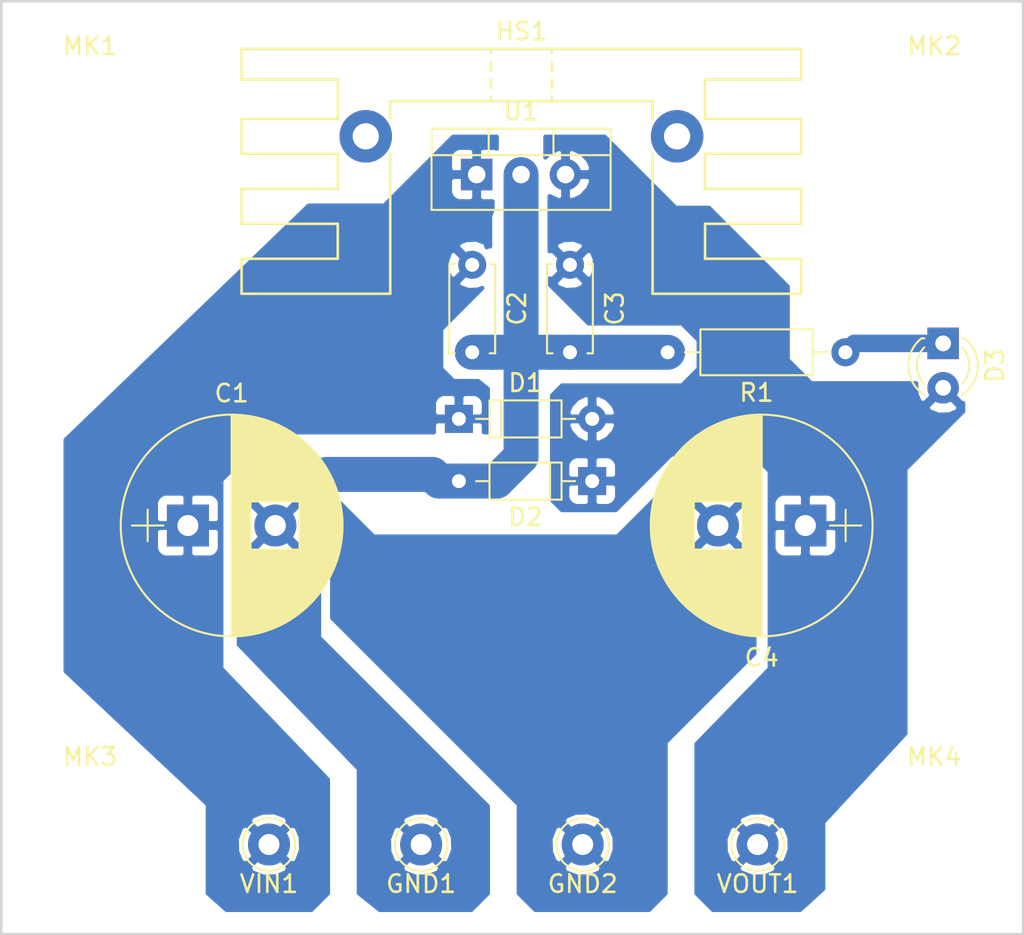
<source format=kicad_pcb>
(kicad_pcb (version 20171130) (host pcbnew "(2018-01-29 revision d44494bed)-makepkg")

  (general
    (thickness 1.6)
    (drawings 4)
    (tracks 14)
    (zones 0)
    (modules 18)
    (nets 5)
  )

  (page A4)
  (title_block
    (title "78xx Regulator")
    (date 2018-05-13)
    (rev 1.0)
  )

  (layers
    (0 F.Cu signal)
    (31 B.Cu signal)
    (32 B.Adhes user)
    (33 F.Adhes user)
    (34 B.Paste user)
    (35 F.Paste user)
    (36 B.SilkS user)
    (37 F.SilkS user)
    (38 B.Mask user)
    (39 F.Mask user)
    (40 Dwgs.User user)
    (41 Cmts.User user)
    (42 Eco1.User user)
    (43 Eco2.User user)
    (44 Edge.Cuts user)
    (45 Margin user)
    (46 B.CrtYd user)
    (47 F.CrtYd user)
    (48 B.Fab user)
    (49 F.Fab user)
  )

  (setup
    (last_trace_width 0.25)
    (user_trace_width 1)
    (user_trace_width 1.5)
    (user_trace_width 2)
    (user_trace_width 2.54)
    (trace_clearance 0.2)
    (zone_clearance 0.508)
    (zone_45_only no)
    (trace_min 0.2)
    (segment_width 0.2)
    (edge_width 0.15)
    (via_size 0.8)
    (via_drill 0.4)
    (via_min_size 0.4)
    (via_min_drill 0.3)
    (uvia_size 0.3)
    (uvia_drill 0.1)
    (uvias_allowed no)
    (uvia_min_size 0.2)
    (uvia_min_drill 0.1)
    (pcb_text_width 0.3)
    (pcb_text_size 1.5 1.5)
    (mod_edge_width 0.15)
    (mod_text_size 1 1)
    (mod_text_width 0.15)
    (pad_size 1.524 1.524)
    (pad_drill 0.762)
    (pad_to_mask_clearance 0.2)
    (aux_axis_origin 0 0)
    (visible_elements 7FFFFFFF)
    (pcbplotparams
      (layerselection 0x010fc_ffffffff)
      (usegerberextensions false)
      (usegerberattributes false)
      (usegerberadvancedattributes false)
      (creategerberjobfile false)
      (excludeedgelayer true)
      (linewidth 0.100000)
      (plotframeref false)
      (viasonmask false)
      (mode 1)
      (useauxorigin false)
      (hpglpennumber 1)
      (hpglpenspeed 20)
      (hpglpendiameter 15)
      (psnegative false)
      (psa4output false)
      (plotreference true)
      (plotvalue true)
      (plotinvisibletext false)
      (padsonsilk false)
      (subtractmaskfromsilk false)
      (outputformat 1)
      (mirror false)
      (drillshape 1)
      (scaleselection 1)
      (outputdirectory ""))
  )

  (net 0 "")
  (net 1 GND)
  (net 2 /VIN)
  (net 3 /VOUT)
  (net 4 "Net-(D3-Pad1)")

  (net_class Default "これは標準のネット クラスです。"
    (clearance 0.2)
    (trace_width 0.25)
    (via_dia 0.8)
    (via_drill 0.4)
    (uvia_dia 0.3)
    (uvia_drill 0.1)
    (add_net /VIN)
    (add_net /VOUT)
    (add_net GND)
    (add_net "Net-(D3-Pad1)")
  )

  (module Capacitors_THT:CP_Radial_D12.5mm_P5.00mm (layer F.Cu) (tedit 597BC7C2) (tstamp 5AC154C5)
    (at 122.428 64.262)
    (descr "CP, Radial series, Radial, pin pitch=5.00mm, , diameter=12.5mm, Electrolytic Capacitor")
    (tags "CP Radial series Radial pin pitch 5.00mm  diameter 12.5mm Electrolytic Capacitor")
    (path /5AC0D13F)
    (fp_text reference C1 (at 2.5 -7.56) (layer F.SilkS)
      (effects (font (size 1 1) (thickness 0.15)))
    )
    (fp_text value 100uF (at 2.5 7.56) (layer F.Fab)
      (effects (font (size 1 1) (thickness 0.15)))
    )
    (fp_text user %R (at 2.5 0) (layer F.Fab)
      (effects (font (size 1 1) (thickness 0.15)))
    )
    (fp_line (start 9.1 -6.6) (end -4.1 -6.6) (layer F.CrtYd) (width 0.05))
    (fp_line (start 9.1 6.6) (end 9.1 -6.6) (layer F.CrtYd) (width 0.05))
    (fp_line (start -4.1 6.6) (end 9.1 6.6) (layer F.CrtYd) (width 0.05))
    (fp_line (start -4.1 -6.6) (end -4.1 6.6) (layer F.CrtYd) (width 0.05))
    (fp_line (start -2.3 -0.9) (end -2.3 0.9) (layer F.SilkS) (width 0.12))
    (fp_line (start -3.2 0) (end -1.4 0) (layer F.SilkS) (width 0.12))
    (fp_line (start 8.821 -0.464) (end 8.821 0.464) (layer F.SilkS) (width 0.12))
    (fp_line (start 8.781 -0.831) (end 8.781 0.831) (layer F.SilkS) (width 0.12))
    (fp_line (start 8.741 -1.082) (end 8.741 1.082) (layer F.SilkS) (width 0.12))
    (fp_line (start 8.701 -1.285) (end 8.701 1.285) (layer F.SilkS) (width 0.12))
    (fp_line (start 8.661 -1.46) (end 8.661 1.46) (layer F.SilkS) (width 0.12))
    (fp_line (start 8.621 -1.616) (end 8.621 1.616) (layer F.SilkS) (width 0.12))
    (fp_line (start 8.581 -1.757) (end 8.581 1.757) (layer F.SilkS) (width 0.12))
    (fp_line (start 8.541 -1.888) (end 8.541 1.888) (layer F.SilkS) (width 0.12))
    (fp_line (start 8.501 -2.009) (end 8.501 2.009) (layer F.SilkS) (width 0.12))
    (fp_line (start 8.461 -2.122) (end 8.461 2.122) (layer F.SilkS) (width 0.12))
    (fp_line (start 8.421 -2.23) (end 8.421 2.23) (layer F.SilkS) (width 0.12))
    (fp_line (start 8.381 -2.331) (end 8.381 2.331) (layer F.SilkS) (width 0.12))
    (fp_line (start 8.341 -2.428) (end 8.341 2.428) (layer F.SilkS) (width 0.12))
    (fp_line (start 8.301 -2.521) (end 8.301 2.521) (layer F.SilkS) (width 0.12))
    (fp_line (start 8.261 -2.61) (end 8.261 2.61) (layer F.SilkS) (width 0.12))
    (fp_line (start 8.221 -2.695) (end 8.221 2.695) (layer F.SilkS) (width 0.12))
    (fp_line (start 8.181 -2.777) (end 8.181 2.777) (layer F.SilkS) (width 0.12))
    (fp_line (start 8.141 -2.856) (end 8.141 2.856) (layer F.SilkS) (width 0.12))
    (fp_line (start 8.101 -2.933) (end 8.101 2.933) (layer F.SilkS) (width 0.12))
    (fp_line (start 8.061 -3.007) (end 8.061 3.007) (layer F.SilkS) (width 0.12))
    (fp_line (start 8.021 -3.079) (end 8.021 3.079) (layer F.SilkS) (width 0.12))
    (fp_line (start 7.981 -3.149) (end 7.981 3.149) (layer F.SilkS) (width 0.12))
    (fp_line (start 7.941 -3.217) (end 7.941 3.217) (layer F.SilkS) (width 0.12))
    (fp_line (start 7.901 -3.282) (end 7.901 3.282) (layer F.SilkS) (width 0.12))
    (fp_line (start 7.861 -3.347) (end 7.861 3.347) (layer F.SilkS) (width 0.12))
    (fp_line (start 7.821 -3.409) (end 7.821 3.409) (layer F.SilkS) (width 0.12))
    (fp_line (start 7.781 -3.47) (end 7.781 3.47) (layer F.SilkS) (width 0.12))
    (fp_line (start 7.741 -3.53) (end 7.741 3.53) (layer F.SilkS) (width 0.12))
    (fp_line (start 7.701 -3.588) (end 7.701 3.588) (layer F.SilkS) (width 0.12))
    (fp_line (start 7.661 -3.644) (end 7.661 3.644) (layer F.SilkS) (width 0.12))
    (fp_line (start 7.621 -3.7) (end 7.621 3.7) (layer F.SilkS) (width 0.12))
    (fp_line (start 7.581 -3.754) (end 7.581 3.754) (layer F.SilkS) (width 0.12))
    (fp_line (start 7.541 -3.807) (end 7.541 3.807) (layer F.SilkS) (width 0.12))
    (fp_line (start 7.501 -3.859) (end 7.501 3.859) (layer F.SilkS) (width 0.12))
    (fp_line (start 7.461 -3.909) (end 7.461 3.909) (layer F.SilkS) (width 0.12))
    (fp_line (start 7.421 -3.959) (end 7.421 3.959) (layer F.SilkS) (width 0.12))
    (fp_line (start 7.381 -4.008) (end 7.381 4.008) (layer F.SilkS) (width 0.12))
    (fp_line (start 7.341 -4.056) (end 7.341 4.056) (layer F.SilkS) (width 0.12))
    (fp_line (start 7.301 -4.102) (end 7.301 4.102) (layer F.SilkS) (width 0.12))
    (fp_line (start 7.261 -4.148) (end 7.261 4.148) (layer F.SilkS) (width 0.12))
    (fp_line (start 7.221 -4.193) (end 7.221 4.193) (layer F.SilkS) (width 0.12))
    (fp_line (start 7.181 -4.238) (end 7.181 4.238) (layer F.SilkS) (width 0.12))
    (fp_line (start 7.141 -4.281) (end 7.141 4.281) (layer F.SilkS) (width 0.12))
    (fp_line (start 7.101 -4.323) (end 7.101 4.323) (layer F.SilkS) (width 0.12))
    (fp_line (start 7.061 -4.365) (end 7.061 4.365) (layer F.SilkS) (width 0.12))
    (fp_line (start 7.021 -4.406) (end 7.021 4.406) (layer F.SilkS) (width 0.12))
    (fp_line (start 6.981 -4.447) (end 6.981 4.447) (layer F.SilkS) (width 0.12))
    (fp_line (start 6.941 -4.486) (end 6.941 4.486) (layer F.SilkS) (width 0.12))
    (fp_line (start 6.901 -4.525) (end 6.901 4.525) (layer F.SilkS) (width 0.12))
    (fp_line (start 6.861 -4.563) (end 6.861 4.563) (layer F.SilkS) (width 0.12))
    (fp_line (start 6.821 -4.601) (end 6.821 4.601) (layer F.SilkS) (width 0.12))
    (fp_line (start 6.781 -4.638) (end 6.781 4.638) (layer F.SilkS) (width 0.12))
    (fp_line (start 6.741 -4.674) (end 6.741 4.674) (layer F.SilkS) (width 0.12))
    (fp_line (start 6.701 -4.71) (end 6.701 4.71) (layer F.SilkS) (width 0.12))
    (fp_line (start 6.661 -4.745) (end 6.661 4.745) (layer F.SilkS) (width 0.12))
    (fp_line (start 6.621 -4.779) (end 6.621 4.779) (layer F.SilkS) (width 0.12))
    (fp_line (start 6.581 -4.813) (end 6.581 4.813) (layer F.SilkS) (width 0.12))
    (fp_line (start 6.541 -4.847) (end 6.541 4.847) (layer F.SilkS) (width 0.12))
    (fp_line (start 6.501 -4.879) (end 6.501 4.879) (layer F.SilkS) (width 0.12))
    (fp_line (start 6.461 -4.912) (end 6.461 4.912) (layer F.SilkS) (width 0.12))
    (fp_line (start 6.421 -4.943) (end 6.421 4.943) (layer F.SilkS) (width 0.12))
    (fp_line (start 6.381 -4.975) (end 6.381 4.975) (layer F.SilkS) (width 0.12))
    (fp_line (start 6.341 1.38) (end 6.341 5.005) (layer F.SilkS) (width 0.12))
    (fp_line (start 6.341 -5.005) (end 6.341 -1.38) (layer F.SilkS) (width 0.12))
    (fp_line (start 6.301 1.38) (end 6.301 5.035) (layer F.SilkS) (width 0.12))
    (fp_line (start 6.301 -5.035) (end 6.301 -1.38) (layer F.SilkS) (width 0.12))
    (fp_line (start 6.261 1.38) (end 6.261 5.065) (layer F.SilkS) (width 0.12))
    (fp_line (start 6.261 -5.065) (end 6.261 -1.38) (layer F.SilkS) (width 0.12))
    (fp_line (start 6.221 1.38) (end 6.221 5.094) (layer F.SilkS) (width 0.12))
    (fp_line (start 6.221 -5.094) (end 6.221 -1.38) (layer F.SilkS) (width 0.12))
    (fp_line (start 6.181 1.38) (end 6.181 5.123) (layer F.SilkS) (width 0.12))
    (fp_line (start 6.181 -5.123) (end 6.181 -1.38) (layer F.SilkS) (width 0.12))
    (fp_line (start 6.141 1.38) (end 6.141 5.151) (layer F.SilkS) (width 0.12))
    (fp_line (start 6.141 -5.151) (end 6.141 -1.38) (layer F.SilkS) (width 0.12))
    (fp_line (start 6.101 1.38) (end 6.101 5.179) (layer F.SilkS) (width 0.12))
    (fp_line (start 6.101 -5.179) (end 6.101 -1.38) (layer F.SilkS) (width 0.12))
    (fp_line (start 6.061 1.38) (end 6.061 5.207) (layer F.SilkS) (width 0.12))
    (fp_line (start 6.061 -5.207) (end 6.061 -1.38) (layer F.SilkS) (width 0.12))
    (fp_line (start 6.021 1.38) (end 6.021 5.234) (layer F.SilkS) (width 0.12))
    (fp_line (start 6.021 -5.234) (end 6.021 -1.38) (layer F.SilkS) (width 0.12))
    (fp_line (start 5.981 1.38) (end 5.981 5.26) (layer F.SilkS) (width 0.12))
    (fp_line (start 5.981 -5.26) (end 5.981 -1.38) (layer F.SilkS) (width 0.12))
    (fp_line (start 5.941 1.38) (end 5.941 5.286) (layer F.SilkS) (width 0.12))
    (fp_line (start 5.941 -5.286) (end 5.941 -1.38) (layer F.SilkS) (width 0.12))
    (fp_line (start 5.901 1.38) (end 5.901 5.312) (layer F.SilkS) (width 0.12))
    (fp_line (start 5.901 -5.312) (end 5.901 -1.38) (layer F.SilkS) (width 0.12))
    (fp_line (start 5.861 1.38) (end 5.861 5.337) (layer F.SilkS) (width 0.12))
    (fp_line (start 5.861 -5.337) (end 5.861 -1.38) (layer F.SilkS) (width 0.12))
    (fp_line (start 5.821 1.38) (end 5.821 5.362) (layer F.SilkS) (width 0.12))
    (fp_line (start 5.821 -5.362) (end 5.821 -1.38) (layer F.SilkS) (width 0.12))
    (fp_line (start 5.781 1.38) (end 5.781 5.386) (layer F.SilkS) (width 0.12))
    (fp_line (start 5.781 -5.386) (end 5.781 -1.38) (layer F.SilkS) (width 0.12))
    (fp_line (start 5.741 1.38) (end 5.741 5.41) (layer F.SilkS) (width 0.12))
    (fp_line (start 5.741 -5.41) (end 5.741 -1.38) (layer F.SilkS) (width 0.12))
    (fp_line (start 5.701 1.38) (end 5.701 5.434) (layer F.SilkS) (width 0.12))
    (fp_line (start 5.701 -5.434) (end 5.701 -1.38) (layer F.SilkS) (width 0.12))
    (fp_line (start 5.661 1.38) (end 5.661 5.457) (layer F.SilkS) (width 0.12))
    (fp_line (start 5.661 -5.457) (end 5.661 -1.38) (layer F.SilkS) (width 0.12))
    (fp_line (start 5.621 1.38) (end 5.621 5.48) (layer F.SilkS) (width 0.12))
    (fp_line (start 5.621 -5.48) (end 5.621 -1.38) (layer F.SilkS) (width 0.12))
    (fp_line (start 5.581 1.38) (end 5.581 5.502) (layer F.SilkS) (width 0.12))
    (fp_line (start 5.581 -5.502) (end 5.581 -1.38) (layer F.SilkS) (width 0.12))
    (fp_line (start 5.541 1.38) (end 5.541 5.524) (layer F.SilkS) (width 0.12))
    (fp_line (start 5.541 -5.524) (end 5.541 -1.38) (layer F.SilkS) (width 0.12))
    (fp_line (start 5.501 1.38) (end 5.501 5.546) (layer F.SilkS) (width 0.12))
    (fp_line (start 5.501 -5.546) (end 5.501 -1.38) (layer F.SilkS) (width 0.12))
    (fp_line (start 5.461 1.38) (end 5.461 5.567) (layer F.SilkS) (width 0.12))
    (fp_line (start 5.461 -5.567) (end 5.461 -1.38) (layer F.SilkS) (width 0.12))
    (fp_line (start 5.421 1.38) (end 5.421 5.588) (layer F.SilkS) (width 0.12))
    (fp_line (start 5.421 -5.588) (end 5.421 -1.38) (layer F.SilkS) (width 0.12))
    (fp_line (start 5.381 1.38) (end 5.381 5.609) (layer F.SilkS) (width 0.12))
    (fp_line (start 5.381 -5.609) (end 5.381 -1.38) (layer F.SilkS) (width 0.12))
    (fp_line (start 5.341 1.38) (end 5.341 5.629) (layer F.SilkS) (width 0.12))
    (fp_line (start 5.341 -5.629) (end 5.341 -1.38) (layer F.SilkS) (width 0.12))
    (fp_line (start 5.301 1.38) (end 5.301 5.649) (layer F.SilkS) (width 0.12))
    (fp_line (start 5.301 -5.649) (end 5.301 -1.38) (layer F.SilkS) (width 0.12))
    (fp_line (start 5.261 1.38) (end 5.261 5.668) (layer F.SilkS) (width 0.12))
    (fp_line (start 5.261 -5.668) (end 5.261 -1.38) (layer F.SilkS) (width 0.12))
    (fp_line (start 5.221 1.38) (end 5.221 5.687) (layer F.SilkS) (width 0.12))
    (fp_line (start 5.221 -5.687) (end 5.221 -1.38) (layer F.SilkS) (width 0.12))
    (fp_line (start 5.181 1.38) (end 5.181 5.706) (layer F.SilkS) (width 0.12))
    (fp_line (start 5.181 -5.706) (end 5.181 -1.38) (layer F.SilkS) (width 0.12))
    (fp_line (start 5.141 1.38) (end 5.141 5.725) (layer F.SilkS) (width 0.12))
    (fp_line (start 5.141 -5.725) (end 5.141 -1.38) (layer F.SilkS) (width 0.12))
    (fp_line (start 5.101 1.38) (end 5.101 5.743) (layer F.SilkS) (width 0.12))
    (fp_line (start 5.101 -5.743) (end 5.101 -1.38) (layer F.SilkS) (width 0.12))
    (fp_line (start 5.061 1.38) (end 5.061 5.761) (layer F.SilkS) (width 0.12))
    (fp_line (start 5.061 -5.761) (end 5.061 -1.38) (layer F.SilkS) (width 0.12))
    (fp_line (start 5.021 1.38) (end 5.021 5.778) (layer F.SilkS) (width 0.12))
    (fp_line (start 5.021 -5.778) (end 5.021 -1.38) (layer F.SilkS) (width 0.12))
    (fp_line (start 4.981 1.38) (end 4.981 5.795) (layer F.SilkS) (width 0.12))
    (fp_line (start 4.981 -5.795) (end 4.981 -1.38) (layer F.SilkS) (width 0.12))
    (fp_line (start 4.941 1.38) (end 4.941 5.812) (layer F.SilkS) (width 0.12))
    (fp_line (start 4.941 -5.812) (end 4.941 -1.38) (layer F.SilkS) (width 0.12))
    (fp_line (start 4.901 1.38) (end 4.901 5.829) (layer F.SilkS) (width 0.12))
    (fp_line (start 4.901 -5.829) (end 4.901 -1.38) (layer F.SilkS) (width 0.12))
    (fp_line (start 4.861 1.38) (end 4.861 5.845) (layer F.SilkS) (width 0.12))
    (fp_line (start 4.861 -5.845) (end 4.861 -1.38) (layer F.SilkS) (width 0.12))
    (fp_line (start 4.821 1.38) (end 4.821 5.861) (layer F.SilkS) (width 0.12))
    (fp_line (start 4.821 -5.861) (end 4.821 -1.38) (layer F.SilkS) (width 0.12))
    (fp_line (start 4.781 1.38) (end 4.781 5.876) (layer F.SilkS) (width 0.12))
    (fp_line (start 4.781 -5.876) (end 4.781 -1.38) (layer F.SilkS) (width 0.12))
    (fp_line (start 4.741 1.38) (end 4.741 5.892) (layer F.SilkS) (width 0.12))
    (fp_line (start 4.741 -5.892) (end 4.741 -1.38) (layer F.SilkS) (width 0.12))
    (fp_line (start 4.701 1.38) (end 4.701 5.907) (layer F.SilkS) (width 0.12))
    (fp_line (start 4.701 -5.907) (end 4.701 -1.38) (layer F.SilkS) (width 0.12))
    (fp_line (start 4.661 1.38) (end 4.661 5.921) (layer F.SilkS) (width 0.12))
    (fp_line (start 4.661 -5.921) (end 4.661 -1.38) (layer F.SilkS) (width 0.12))
    (fp_line (start 4.621 1.38) (end 4.621 5.936) (layer F.SilkS) (width 0.12))
    (fp_line (start 4.621 -5.936) (end 4.621 -1.38) (layer F.SilkS) (width 0.12))
    (fp_line (start 4.581 1.38) (end 4.581 5.95) (layer F.SilkS) (width 0.12))
    (fp_line (start 4.581 -5.95) (end 4.581 -1.38) (layer F.SilkS) (width 0.12))
    (fp_line (start 4.541 1.38) (end 4.541 5.963) (layer F.SilkS) (width 0.12))
    (fp_line (start 4.541 -5.963) (end 4.541 -1.38) (layer F.SilkS) (width 0.12))
    (fp_line (start 4.501 1.38) (end 4.501 5.977) (layer F.SilkS) (width 0.12))
    (fp_line (start 4.501 -5.977) (end 4.501 -1.38) (layer F.SilkS) (width 0.12))
    (fp_line (start 4.461 1.38) (end 4.461 5.99) (layer F.SilkS) (width 0.12))
    (fp_line (start 4.461 -5.99) (end 4.461 -1.38) (layer F.SilkS) (width 0.12))
    (fp_line (start 4.421 1.38) (end 4.421 6.003) (layer F.SilkS) (width 0.12))
    (fp_line (start 4.421 -6.003) (end 4.421 -1.38) (layer F.SilkS) (width 0.12))
    (fp_line (start 4.381 1.38) (end 4.381 6.015) (layer F.SilkS) (width 0.12))
    (fp_line (start 4.381 -6.015) (end 4.381 -1.38) (layer F.SilkS) (width 0.12))
    (fp_line (start 4.341 1.38) (end 4.341 6.028) (layer F.SilkS) (width 0.12))
    (fp_line (start 4.341 -6.028) (end 4.341 -1.38) (layer F.SilkS) (width 0.12))
    (fp_line (start 4.301 1.38) (end 4.301 6.04) (layer F.SilkS) (width 0.12))
    (fp_line (start 4.301 -6.04) (end 4.301 -1.38) (layer F.SilkS) (width 0.12))
    (fp_line (start 4.261 1.38) (end 4.261 6.051) (layer F.SilkS) (width 0.12))
    (fp_line (start 4.261 -6.051) (end 4.261 -1.38) (layer F.SilkS) (width 0.12))
    (fp_line (start 4.221 1.38) (end 4.221 6.063) (layer F.SilkS) (width 0.12))
    (fp_line (start 4.221 -6.063) (end 4.221 -1.38) (layer F.SilkS) (width 0.12))
    (fp_line (start 4.181 1.38) (end 4.181 6.074) (layer F.SilkS) (width 0.12))
    (fp_line (start 4.181 -6.074) (end 4.181 -1.38) (layer F.SilkS) (width 0.12))
    (fp_line (start 4.141 1.38) (end 4.141 6.085) (layer F.SilkS) (width 0.12))
    (fp_line (start 4.141 -6.085) (end 4.141 -1.38) (layer F.SilkS) (width 0.12))
    (fp_line (start 4.101 1.38) (end 4.101 6.095) (layer F.SilkS) (width 0.12))
    (fp_line (start 4.101 -6.095) (end 4.101 -1.38) (layer F.SilkS) (width 0.12))
    (fp_line (start 4.061 1.38) (end 4.061 6.106) (layer F.SilkS) (width 0.12))
    (fp_line (start 4.061 -6.106) (end 4.061 -1.38) (layer F.SilkS) (width 0.12))
    (fp_line (start 4.021 1.38) (end 4.021 6.116) (layer F.SilkS) (width 0.12))
    (fp_line (start 4.021 -6.116) (end 4.021 -1.38) (layer F.SilkS) (width 0.12))
    (fp_line (start 3.981 1.38) (end 3.981 6.125) (layer F.SilkS) (width 0.12))
    (fp_line (start 3.981 -6.125) (end 3.981 -1.38) (layer F.SilkS) (width 0.12))
    (fp_line (start 3.941 1.38) (end 3.941 6.135) (layer F.SilkS) (width 0.12))
    (fp_line (start 3.941 -6.135) (end 3.941 -1.38) (layer F.SilkS) (width 0.12))
    (fp_line (start 3.901 1.38) (end 3.901 6.144) (layer F.SilkS) (width 0.12))
    (fp_line (start 3.901 -6.144) (end 3.901 -1.38) (layer F.SilkS) (width 0.12))
    (fp_line (start 3.861 1.38) (end 3.861 6.153) (layer F.SilkS) (width 0.12))
    (fp_line (start 3.861 -6.153) (end 3.861 -1.38) (layer F.SilkS) (width 0.12))
    (fp_line (start 3.821 1.38) (end 3.821 6.162) (layer F.SilkS) (width 0.12))
    (fp_line (start 3.821 -6.162) (end 3.821 -1.38) (layer F.SilkS) (width 0.12))
    (fp_line (start 3.781 1.38) (end 3.781 6.17) (layer F.SilkS) (width 0.12))
    (fp_line (start 3.781 -6.17) (end 3.781 -1.38) (layer F.SilkS) (width 0.12))
    (fp_line (start 3.741 1.38) (end 3.741 6.178) (layer F.SilkS) (width 0.12))
    (fp_line (start 3.741 -6.178) (end 3.741 -1.38) (layer F.SilkS) (width 0.12))
    (fp_line (start 3.701 1.38) (end 3.701 6.186) (layer F.SilkS) (width 0.12))
    (fp_line (start 3.701 -6.186) (end 3.701 -1.38) (layer F.SilkS) (width 0.12))
    (fp_line (start 3.661 1.38) (end 3.661 6.193) (layer F.SilkS) (width 0.12))
    (fp_line (start 3.661 -6.193) (end 3.661 -1.38) (layer F.SilkS) (width 0.12))
    (fp_line (start 3.621 1.38) (end 3.621 6.201) (layer F.SilkS) (width 0.12))
    (fp_line (start 3.621 -6.201) (end 3.621 -1.38) (layer F.SilkS) (width 0.12))
    (fp_line (start 3.581 -6.208) (end 3.581 6.208) (layer F.SilkS) (width 0.12))
    (fp_line (start 3.541 -6.215) (end 3.541 6.215) (layer F.SilkS) (width 0.12))
    (fp_line (start 3.501 -6.221) (end 3.501 6.221) (layer F.SilkS) (width 0.12))
    (fp_line (start 3.461 -6.227) (end 3.461 6.227) (layer F.SilkS) (width 0.12))
    (fp_line (start 3.421 -6.233) (end 3.421 6.233) (layer F.SilkS) (width 0.12))
    (fp_line (start 3.381 -6.239) (end 3.381 6.239) (layer F.SilkS) (width 0.12))
    (fp_line (start 3.341 -6.245) (end 3.341 6.245) (layer F.SilkS) (width 0.12))
    (fp_line (start 3.301 -6.25) (end 3.301 6.25) (layer F.SilkS) (width 0.12))
    (fp_line (start 3.261 -6.255) (end 3.261 6.255) (layer F.SilkS) (width 0.12))
    (fp_line (start 3.221 -6.259) (end 3.221 6.259) (layer F.SilkS) (width 0.12))
    (fp_line (start 3.18 -6.264) (end 3.18 6.264) (layer F.SilkS) (width 0.12))
    (fp_line (start 3.14 -6.268) (end 3.14 6.268) (layer F.SilkS) (width 0.12))
    (fp_line (start 3.1 -6.272) (end 3.1 6.272) (layer F.SilkS) (width 0.12))
    (fp_line (start 3.06 -6.276) (end 3.06 6.276) (layer F.SilkS) (width 0.12))
    (fp_line (start 3.02 -6.279) (end 3.02 6.279) (layer F.SilkS) (width 0.12))
    (fp_line (start 2.98 -6.282) (end 2.98 6.282) (layer F.SilkS) (width 0.12))
    (fp_line (start 2.94 -6.285) (end 2.94 6.285) (layer F.SilkS) (width 0.12))
    (fp_line (start 2.9 -6.288) (end 2.9 6.288) (layer F.SilkS) (width 0.12))
    (fp_line (start 2.86 -6.29) (end 2.86 6.29) (layer F.SilkS) (width 0.12))
    (fp_line (start 2.82 -6.292) (end 2.82 6.292) (layer F.SilkS) (width 0.12))
    (fp_line (start 2.78 -6.294) (end 2.78 6.294) (layer F.SilkS) (width 0.12))
    (fp_line (start 2.74 -6.296) (end 2.74 6.296) (layer F.SilkS) (width 0.12))
    (fp_line (start 2.7 -6.297) (end 2.7 6.297) (layer F.SilkS) (width 0.12))
    (fp_line (start 2.66 -6.298) (end 2.66 6.298) (layer F.SilkS) (width 0.12))
    (fp_line (start 2.62 -6.299) (end 2.62 6.299) (layer F.SilkS) (width 0.12))
    (fp_line (start 2.58 -6.3) (end 2.58 6.3) (layer F.SilkS) (width 0.12))
    (fp_line (start 2.54 -6.3) (end 2.54 6.3) (layer F.SilkS) (width 0.12))
    (fp_line (start 2.5 -6.3) (end 2.5 6.3) (layer F.SilkS) (width 0.12))
    (fp_line (start -2.3 -0.9) (end -2.3 0.9) (layer F.Fab) (width 0.1))
    (fp_line (start -3.2 0) (end -1.4 0) (layer F.Fab) (width 0.1))
    (fp_circle (center 2.5 0) (end 8.84 0) (layer F.SilkS) (width 0.12))
    (fp_circle (center 2.5 0) (end 8.75 0) (layer F.Fab) (width 0.1))
    (pad 2 thru_hole circle (at 5 0) (size 2.4 2.4) (drill 1.2) (layers *.Cu *.Mask)
      (net 1 GND))
    (pad 1 thru_hole rect (at 0 0) (size 2.4 2.4) (drill 1.2) (layers *.Cu *.Mask)
      (net 2 /VIN))
    (model ${KISYS3DMOD}/Capacitors_THT.3dshapes/CP_Radial_D12.5mm_P5.00mm.wrl
      (at (xyz 0 0 0))
      (scale (xyz 1 1 1))
      (rotate (xyz 0 0 0))
    )
  )

  (module Capacitors_THT:C_Disc_D5.0mm_W2.5mm_P5.00mm (layer F.Cu) (tedit 597BC7C2) (tstamp 5AC154DA)
    (at 138.684 49.356 270)
    (descr "C, Disc series, Radial, pin pitch=5.00mm, , diameter*width=5*2.5mm^2, Capacitor, http://cdn-reichelt.de/documents/datenblatt/B300/DS_KERKO_TC.pdf")
    (tags "C Disc series Radial pin pitch 5.00mm  diameter 5mm width 2.5mm Capacitor")
    (path /5AC0D32D)
    (fp_text reference C2 (at 2.5 -2.56 270) (layer F.SilkS)
      (effects (font (size 1 1) (thickness 0.15)))
    )
    (fp_text value 0.1uF (at 2.5 2.56 270) (layer F.Fab)
      (effects (font (size 1 1) (thickness 0.15)))
    )
    (fp_text user %R (at 2.5 0 270) (layer F.Fab)
      (effects (font (size 1 1) (thickness 0.15)))
    )
    (fp_line (start 6.05 -1.6) (end -1.05 -1.6) (layer F.CrtYd) (width 0.05))
    (fp_line (start 6.05 1.6) (end 6.05 -1.6) (layer F.CrtYd) (width 0.05))
    (fp_line (start -1.05 1.6) (end 6.05 1.6) (layer F.CrtYd) (width 0.05))
    (fp_line (start -1.05 -1.6) (end -1.05 1.6) (layer F.CrtYd) (width 0.05))
    (fp_line (start 5.06 0.996) (end 5.06 1.31) (layer F.SilkS) (width 0.12))
    (fp_line (start 5.06 -1.31) (end 5.06 -0.996) (layer F.SilkS) (width 0.12))
    (fp_line (start -0.06 0.996) (end -0.06 1.31) (layer F.SilkS) (width 0.12))
    (fp_line (start -0.06 -1.31) (end -0.06 -0.996) (layer F.SilkS) (width 0.12))
    (fp_line (start -0.06 1.31) (end 5.06 1.31) (layer F.SilkS) (width 0.12))
    (fp_line (start -0.06 -1.31) (end 5.06 -1.31) (layer F.SilkS) (width 0.12))
    (fp_line (start 5 -1.25) (end 0 -1.25) (layer F.Fab) (width 0.1))
    (fp_line (start 5 1.25) (end 5 -1.25) (layer F.Fab) (width 0.1))
    (fp_line (start 0 1.25) (end 5 1.25) (layer F.Fab) (width 0.1))
    (fp_line (start 0 -1.25) (end 0 1.25) (layer F.Fab) (width 0.1))
    (pad 2 thru_hole circle (at 5 0 270) (size 1.6 1.6) (drill 0.8) (layers *.Cu *.Mask)
      (net 1 GND))
    (pad 1 thru_hole circle (at 0 0 270) (size 1.6 1.6) (drill 0.8) (layers *.Cu *.Mask)
      (net 2 /VIN))
    (model ${KISYS3DMOD}/Capacitors_THT.3dshapes/C_Disc_D5.0mm_W2.5mm_P5.00mm.wrl
      (at (xyz 0 0 0))
      (scale (xyz 1 1 1))
      (rotate (xyz 0 0 0))
    )
  )

  (module Capacitors_THT:C_Disc_D5.0mm_W2.5mm_P5.00mm (layer F.Cu) (tedit 597BC7C2) (tstamp 5AC154EF)
    (at 144.272 49.356 270)
    (descr "C, Disc series, Radial, pin pitch=5.00mm, , diameter*width=5*2.5mm^2, Capacitor, http://cdn-reichelt.de/documents/datenblatt/B300/DS_KERKO_TC.pdf")
    (tags "C Disc series Radial pin pitch 5.00mm  diameter 5mm width 2.5mm Capacitor")
    (path /5AC0D361)
    (fp_text reference C3 (at 2.5 -2.56 270) (layer F.SilkS)
      (effects (font (size 1 1) (thickness 0.15)))
    )
    (fp_text value 0.1uF (at 2.5 2.56 270) (layer F.Fab)
      (effects (font (size 1 1) (thickness 0.15)))
    )
    (fp_line (start 0 -1.25) (end 0 1.25) (layer F.Fab) (width 0.1))
    (fp_line (start 0 1.25) (end 5 1.25) (layer F.Fab) (width 0.1))
    (fp_line (start 5 1.25) (end 5 -1.25) (layer F.Fab) (width 0.1))
    (fp_line (start 5 -1.25) (end 0 -1.25) (layer F.Fab) (width 0.1))
    (fp_line (start -0.06 -1.31) (end 5.06 -1.31) (layer F.SilkS) (width 0.12))
    (fp_line (start -0.06 1.31) (end 5.06 1.31) (layer F.SilkS) (width 0.12))
    (fp_line (start -0.06 -1.31) (end -0.06 -0.996) (layer F.SilkS) (width 0.12))
    (fp_line (start -0.06 0.996) (end -0.06 1.31) (layer F.SilkS) (width 0.12))
    (fp_line (start 5.06 -1.31) (end 5.06 -0.996) (layer F.SilkS) (width 0.12))
    (fp_line (start 5.06 0.996) (end 5.06 1.31) (layer F.SilkS) (width 0.12))
    (fp_line (start -1.05 -1.6) (end -1.05 1.6) (layer F.CrtYd) (width 0.05))
    (fp_line (start -1.05 1.6) (end 6.05 1.6) (layer F.CrtYd) (width 0.05))
    (fp_line (start 6.05 1.6) (end 6.05 -1.6) (layer F.CrtYd) (width 0.05))
    (fp_line (start 6.05 -1.6) (end -1.05 -1.6) (layer F.CrtYd) (width 0.05))
    (fp_text user %R (at 2.5 0 270) (layer F.Fab)
      (effects (font (size 1 1) (thickness 0.15)))
    )
    (pad 1 thru_hole circle (at 0 0 270) (size 1.6 1.6) (drill 0.8) (layers *.Cu *.Mask)
      (net 3 /VOUT))
    (pad 2 thru_hole circle (at 5 0 270) (size 1.6 1.6) (drill 0.8) (layers *.Cu *.Mask)
      (net 1 GND))
    (model ${KISYS3DMOD}/Capacitors_THT.3dshapes/C_Disc_D5.0mm_W2.5mm_P5.00mm.wrl
      (at (xyz 0 0 0))
      (scale (xyz 1 1 1))
      (rotate (xyz 0 0 0))
    )
  )

  (module Capacitors_THT:CP_Radial_D12.5mm_P5.00mm (layer F.Cu) (tedit 597BC7C2) (tstamp 5AC155E4)
    (at 157.734 64.262 180)
    (descr "CP, Radial series, Radial, pin pitch=5.00mm, , diameter=12.5mm, Electrolytic Capacitor")
    (tags "CP Radial series Radial pin pitch 5.00mm  diameter 12.5mm Electrolytic Capacitor")
    (path /5AC0D179)
    (fp_text reference C4 (at 2.5 -7.56 180) (layer F.SilkS)
      (effects (font (size 1 1) (thickness 0.15)))
    )
    (fp_text value 100uF (at 2.5 7.56 180) (layer F.Fab)
      (effects (font (size 1 1) (thickness 0.15)))
    )
    (fp_circle (center 2.5 0) (end 8.75 0) (layer F.Fab) (width 0.1))
    (fp_circle (center 2.5 0) (end 8.84 0) (layer F.SilkS) (width 0.12))
    (fp_line (start -3.2 0) (end -1.4 0) (layer F.Fab) (width 0.1))
    (fp_line (start -2.3 -0.9) (end -2.3 0.9) (layer F.Fab) (width 0.1))
    (fp_line (start 2.5 -6.3) (end 2.5 6.3) (layer F.SilkS) (width 0.12))
    (fp_line (start 2.54 -6.3) (end 2.54 6.3) (layer F.SilkS) (width 0.12))
    (fp_line (start 2.58 -6.3) (end 2.58 6.3) (layer F.SilkS) (width 0.12))
    (fp_line (start 2.62 -6.299) (end 2.62 6.299) (layer F.SilkS) (width 0.12))
    (fp_line (start 2.66 -6.298) (end 2.66 6.298) (layer F.SilkS) (width 0.12))
    (fp_line (start 2.7 -6.297) (end 2.7 6.297) (layer F.SilkS) (width 0.12))
    (fp_line (start 2.74 -6.296) (end 2.74 6.296) (layer F.SilkS) (width 0.12))
    (fp_line (start 2.78 -6.294) (end 2.78 6.294) (layer F.SilkS) (width 0.12))
    (fp_line (start 2.82 -6.292) (end 2.82 6.292) (layer F.SilkS) (width 0.12))
    (fp_line (start 2.86 -6.29) (end 2.86 6.29) (layer F.SilkS) (width 0.12))
    (fp_line (start 2.9 -6.288) (end 2.9 6.288) (layer F.SilkS) (width 0.12))
    (fp_line (start 2.94 -6.285) (end 2.94 6.285) (layer F.SilkS) (width 0.12))
    (fp_line (start 2.98 -6.282) (end 2.98 6.282) (layer F.SilkS) (width 0.12))
    (fp_line (start 3.02 -6.279) (end 3.02 6.279) (layer F.SilkS) (width 0.12))
    (fp_line (start 3.06 -6.276) (end 3.06 6.276) (layer F.SilkS) (width 0.12))
    (fp_line (start 3.1 -6.272) (end 3.1 6.272) (layer F.SilkS) (width 0.12))
    (fp_line (start 3.14 -6.268) (end 3.14 6.268) (layer F.SilkS) (width 0.12))
    (fp_line (start 3.18 -6.264) (end 3.18 6.264) (layer F.SilkS) (width 0.12))
    (fp_line (start 3.221 -6.259) (end 3.221 6.259) (layer F.SilkS) (width 0.12))
    (fp_line (start 3.261 -6.255) (end 3.261 6.255) (layer F.SilkS) (width 0.12))
    (fp_line (start 3.301 -6.25) (end 3.301 6.25) (layer F.SilkS) (width 0.12))
    (fp_line (start 3.341 -6.245) (end 3.341 6.245) (layer F.SilkS) (width 0.12))
    (fp_line (start 3.381 -6.239) (end 3.381 6.239) (layer F.SilkS) (width 0.12))
    (fp_line (start 3.421 -6.233) (end 3.421 6.233) (layer F.SilkS) (width 0.12))
    (fp_line (start 3.461 -6.227) (end 3.461 6.227) (layer F.SilkS) (width 0.12))
    (fp_line (start 3.501 -6.221) (end 3.501 6.221) (layer F.SilkS) (width 0.12))
    (fp_line (start 3.541 -6.215) (end 3.541 6.215) (layer F.SilkS) (width 0.12))
    (fp_line (start 3.581 -6.208) (end 3.581 6.208) (layer F.SilkS) (width 0.12))
    (fp_line (start 3.621 -6.201) (end 3.621 -1.38) (layer F.SilkS) (width 0.12))
    (fp_line (start 3.621 1.38) (end 3.621 6.201) (layer F.SilkS) (width 0.12))
    (fp_line (start 3.661 -6.193) (end 3.661 -1.38) (layer F.SilkS) (width 0.12))
    (fp_line (start 3.661 1.38) (end 3.661 6.193) (layer F.SilkS) (width 0.12))
    (fp_line (start 3.701 -6.186) (end 3.701 -1.38) (layer F.SilkS) (width 0.12))
    (fp_line (start 3.701 1.38) (end 3.701 6.186) (layer F.SilkS) (width 0.12))
    (fp_line (start 3.741 -6.178) (end 3.741 -1.38) (layer F.SilkS) (width 0.12))
    (fp_line (start 3.741 1.38) (end 3.741 6.178) (layer F.SilkS) (width 0.12))
    (fp_line (start 3.781 -6.17) (end 3.781 -1.38) (layer F.SilkS) (width 0.12))
    (fp_line (start 3.781 1.38) (end 3.781 6.17) (layer F.SilkS) (width 0.12))
    (fp_line (start 3.821 -6.162) (end 3.821 -1.38) (layer F.SilkS) (width 0.12))
    (fp_line (start 3.821 1.38) (end 3.821 6.162) (layer F.SilkS) (width 0.12))
    (fp_line (start 3.861 -6.153) (end 3.861 -1.38) (layer F.SilkS) (width 0.12))
    (fp_line (start 3.861 1.38) (end 3.861 6.153) (layer F.SilkS) (width 0.12))
    (fp_line (start 3.901 -6.144) (end 3.901 -1.38) (layer F.SilkS) (width 0.12))
    (fp_line (start 3.901 1.38) (end 3.901 6.144) (layer F.SilkS) (width 0.12))
    (fp_line (start 3.941 -6.135) (end 3.941 -1.38) (layer F.SilkS) (width 0.12))
    (fp_line (start 3.941 1.38) (end 3.941 6.135) (layer F.SilkS) (width 0.12))
    (fp_line (start 3.981 -6.125) (end 3.981 -1.38) (layer F.SilkS) (width 0.12))
    (fp_line (start 3.981 1.38) (end 3.981 6.125) (layer F.SilkS) (width 0.12))
    (fp_line (start 4.021 -6.116) (end 4.021 -1.38) (layer F.SilkS) (width 0.12))
    (fp_line (start 4.021 1.38) (end 4.021 6.116) (layer F.SilkS) (width 0.12))
    (fp_line (start 4.061 -6.106) (end 4.061 -1.38) (layer F.SilkS) (width 0.12))
    (fp_line (start 4.061 1.38) (end 4.061 6.106) (layer F.SilkS) (width 0.12))
    (fp_line (start 4.101 -6.095) (end 4.101 -1.38) (layer F.SilkS) (width 0.12))
    (fp_line (start 4.101 1.38) (end 4.101 6.095) (layer F.SilkS) (width 0.12))
    (fp_line (start 4.141 -6.085) (end 4.141 -1.38) (layer F.SilkS) (width 0.12))
    (fp_line (start 4.141 1.38) (end 4.141 6.085) (layer F.SilkS) (width 0.12))
    (fp_line (start 4.181 -6.074) (end 4.181 -1.38) (layer F.SilkS) (width 0.12))
    (fp_line (start 4.181 1.38) (end 4.181 6.074) (layer F.SilkS) (width 0.12))
    (fp_line (start 4.221 -6.063) (end 4.221 -1.38) (layer F.SilkS) (width 0.12))
    (fp_line (start 4.221 1.38) (end 4.221 6.063) (layer F.SilkS) (width 0.12))
    (fp_line (start 4.261 -6.051) (end 4.261 -1.38) (layer F.SilkS) (width 0.12))
    (fp_line (start 4.261 1.38) (end 4.261 6.051) (layer F.SilkS) (width 0.12))
    (fp_line (start 4.301 -6.04) (end 4.301 -1.38) (layer F.SilkS) (width 0.12))
    (fp_line (start 4.301 1.38) (end 4.301 6.04) (layer F.SilkS) (width 0.12))
    (fp_line (start 4.341 -6.028) (end 4.341 -1.38) (layer F.SilkS) (width 0.12))
    (fp_line (start 4.341 1.38) (end 4.341 6.028) (layer F.SilkS) (width 0.12))
    (fp_line (start 4.381 -6.015) (end 4.381 -1.38) (layer F.SilkS) (width 0.12))
    (fp_line (start 4.381 1.38) (end 4.381 6.015) (layer F.SilkS) (width 0.12))
    (fp_line (start 4.421 -6.003) (end 4.421 -1.38) (layer F.SilkS) (width 0.12))
    (fp_line (start 4.421 1.38) (end 4.421 6.003) (layer F.SilkS) (width 0.12))
    (fp_line (start 4.461 -5.99) (end 4.461 -1.38) (layer F.SilkS) (width 0.12))
    (fp_line (start 4.461 1.38) (end 4.461 5.99) (layer F.SilkS) (width 0.12))
    (fp_line (start 4.501 -5.977) (end 4.501 -1.38) (layer F.SilkS) (width 0.12))
    (fp_line (start 4.501 1.38) (end 4.501 5.977) (layer F.SilkS) (width 0.12))
    (fp_line (start 4.541 -5.963) (end 4.541 -1.38) (layer F.SilkS) (width 0.12))
    (fp_line (start 4.541 1.38) (end 4.541 5.963) (layer F.SilkS) (width 0.12))
    (fp_line (start 4.581 -5.95) (end 4.581 -1.38) (layer F.SilkS) (width 0.12))
    (fp_line (start 4.581 1.38) (end 4.581 5.95) (layer F.SilkS) (width 0.12))
    (fp_line (start 4.621 -5.936) (end 4.621 -1.38) (layer F.SilkS) (width 0.12))
    (fp_line (start 4.621 1.38) (end 4.621 5.936) (layer F.SilkS) (width 0.12))
    (fp_line (start 4.661 -5.921) (end 4.661 -1.38) (layer F.SilkS) (width 0.12))
    (fp_line (start 4.661 1.38) (end 4.661 5.921) (layer F.SilkS) (width 0.12))
    (fp_line (start 4.701 -5.907) (end 4.701 -1.38) (layer F.SilkS) (width 0.12))
    (fp_line (start 4.701 1.38) (end 4.701 5.907) (layer F.SilkS) (width 0.12))
    (fp_line (start 4.741 -5.892) (end 4.741 -1.38) (layer F.SilkS) (width 0.12))
    (fp_line (start 4.741 1.38) (end 4.741 5.892) (layer F.SilkS) (width 0.12))
    (fp_line (start 4.781 -5.876) (end 4.781 -1.38) (layer F.SilkS) (width 0.12))
    (fp_line (start 4.781 1.38) (end 4.781 5.876) (layer F.SilkS) (width 0.12))
    (fp_line (start 4.821 -5.861) (end 4.821 -1.38) (layer F.SilkS) (width 0.12))
    (fp_line (start 4.821 1.38) (end 4.821 5.861) (layer F.SilkS) (width 0.12))
    (fp_line (start 4.861 -5.845) (end 4.861 -1.38) (layer F.SilkS) (width 0.12))
    (fp_line (start 4.861 1.38) (end 4.861 5.845) (layer F.SilkS) (width 0.12))
    (fp_line (start 4.901 -5.829) (end 4.901 -1.38) (layer F.SilkS) (width 0.12))
    (fp_line (start 4.901 1.38) (end 4.901 5.829) (layer F.SilkS) (width 0.12))
    (fp_line (start 4.941 -5.812) (end 4.941 -1.38) (layer F.SilkS) (width 0.12))
    (fp_line (start 4.941 1.38) (end 4.941 5.812) (layer F.SilkS) (width 0.12))
    (fp_line (start 4.981 -5.795) (end 4.981 -1.38) (layer F.SilkS) (width 0.12))
    (fp_line (start 4.981 1.38) (end 4.981 5.795) (layer F.SilkS) (width 0.12))
    (fp_line (start 5.021 -5.778) (end 5.021 -1.38) (layer F.SilkS) (width 0.12))
    (fp_line (start 5.021 1.38) (end 5.021 5.778) (layer F.SilkS) (width 0.12))
    (fp_line (start 5.061 -5.761) (end 5.061 -1.38) (layer F.SilkS) (width 0.12))
    (fp_line (start 5.061 1.38) (end 5.061 5.761) (layer F.SilkS) (width 0.12))
    (fp_line (start 5.101 -5.743) (end 5.101 -1.38) (layer F.SilkS) (width 0.12))
    (fp_line (start 5.101 1.38) (end 5.101 5.743) (layer F.SilkS) (width 0.12))
    (fp_line (start 5.141 -5.725) (end 5.141 -1.38) (layer F.SilkS) (width 0.12))
    (fp_line (start 5.141 1.38) (end 5.141 5.725) (layer F.SilkS) (width 0.12))
    (fp_line (start 5.181 -5.706) (end 5.181 -1.38) (layer F.SilkS) (width 0.12))
    (fp_line (start 5.181 1.38) (end 5.181 5.706) (layer F.SilkS) (width 0.12))
    (fp_line (start 5.221 -5.687) (end 5.221 -1.38) (layer F.SilkS) (width 0.12))
    (fp_line (start 5.221 1.38) (end 5.221 5.687) (layer F.SilkS) (width 0.12))
    (fp_line (start 5.261 -5.668) (end 5.261 -1.38) (layer F.SilkS) (width 0.12))
    (fp_line (start 5.261 1.38) (end 5.261 5.668) (layer F.SilkS) (width 0.12))
    (fp_line (start 5.301 -5.649) (end 5.301 -1.38) (layer F.SilkS) (width 0.12))
    (fp_line (start 5.301 1.38) (end 5.301 5.649) (layer F.SilkS) (width 0.12))
    (fp_line (start 5.341 -5.629) (end 5.341 -1.38) (layer F.SilkS) (width 0.12))
    (fp_line (start 5.341 1.38) (end 5.341 5.629) (layer F.SilkS) (width 0.12))
    (fp_line (start 5.381 -5.609) (end 5.381 -1.38) (layer F.SilkS) (width 0.12))
    (fp_line (start 5.381 1.38) (end 5.381 5.609) (layer F.SilkS) (width 0.12))
    (fp_line (start 5.421 -5.588) (end 5.421 -1.38) (layer F.SilkS) (width 0.12))
    (fp_line (start 5.421 1.38) (end 5.421 5.588) (layer F.SilkS) (width 0.12))
    (fp_line (start 5.461 -5.567) (end 5.461 -1.38) (layer F.SilkS) (width 0.12))
    (fp_line (start 5.461 1.38) (end 5.461 5.567) (layer F.SilkS) (width 0.12))
    (fp_line (start 5.501 -5.546) (end 5.501 -1.38) (layer F.SilkS) (width 0.12))
    (fp_line (start 5.501 1.38) (end 5.501 5.546) (layer F.SilkS) (width 0.12))
    (fp_line (start 5.541 -5.524) (end 5.541 -1.38) (layer F.SilkS) (width 0.12))
    (fp_line (start 5.541 1.38) (end 5.541 5.524) (layer F.SilkS) (width 0.12))
    (fp_line (start 5.581 -5.502) (end 5.581 -1.38) (layer F.SilkS) (width 0.12))
    (fp_line (start 5.581 1.38) (end 5.581 5.502) (layer F.SilkS) (width 0.12))
    (fp_line (start 5.621 -5.48) (end 5.621 -1.38) (layer F.SilkS) (width 0.12))
    (fp_line (start 5.621 1.38) (end 5.621 5.48) (layer F.SilkS) (width 0.12))
    (fp_line (start 5.661 -5.457) (end 5.661 -1.38) (layer F.SilkS) (width 0.12))
    (fp_line (start 5.661 1.38) (end 5.661 5.457) (layer F.SilkS) (width 0.12))
    (fp_line (start 5.701 -5.434) (end 5.701 -1.38) (layer F.SilkS) (width 0.12))
    (fp_line (start 5.701 1.38) (end 5.701 5.434) (layer F.SilkS) (width 0.12))
    (fp_line (start 5.741 -5.41) (end 5.741 -1.38) (layer F.SilkS) (width 0.12))
    (fp_line (start 5.741 1.38) (end 5.741 5.41) (layer F.SilkS) (width 0.12))
    (fp_line (start 5.781 -5.386) (end 5.781 -1.38) (layer F.SilkS) (width 0.12))
    (fp_line (start 5.781 1.38) (end 5.781 5.386) (layer F.SilkS) (width 0.12))
    (fp_line (start 5.821 -5.362) (end 5.821 -1.38) (layer F.SilkS) (width 0.12))
    (fp_line (start 5.821 1.38) (end 5.821 5.362) (layer F.SilkS) (width 0.12))
    (fp_line (start 5.861 -5.337) (end 5.861 -1.38) (layer F.SilkS) (width 0.12))
    (fp_line (start 5.861 1.38) (end 5.861 5.337) (layer F.SilkS) (width 0.12))
    (fp_line (start 5.901 -5.312) (end 5.901 -1.38) (layer F.SilkS) (width 0.12))
    (fp_line (start 5.901 1.38) (end 5.901 5.312) (layer F.SilkS) (width 0.12))
    (fp_line (start 5.941 -5.286) (end 5.941 -1.38) (layer F.SilkS) (width 0.12))
    (fp_line (start 5.941 1.38) (end 5.941 5.286) (layer F.SilkS) (width 0.12))
    (fp_line (start 5.981 -5.26) (end 5.981 -1.38) (layer F.SilkS) (width 0.12))
    (fp_line (start 5.981 1.38) (end 5.981 5.26) (layer F.SilkS) (width 0.12))
    (fp_line (start 6.021 -5.234) (end 6.021 -1.38) (layer F.SilkS) (width 0.12))
    (fp_line (start 6.021 1.38) (end 6.021 5.234) (layer F.SilkS) (width 0.12))
    (fp_line (start 6.061 -5.207) (end 6.061 -1.38) (layer F.SilkS) (width 0.12))
    (fp_line (start 6.061 1.38) (end 6.061 5.207) (layer F.SilkS) (width 0.12))
    (fp_line (start 6.101 -5.179) (end 6.101 -1.38) (layer F.SilkS) (width 0.12))
    (fp_line (start 6.101 1.38) (end 6.101 5.179) (layer F.SilkS) (width 0.12))
    (fp_line (start 6.141 -5.151) (end 6.141 -1.38) (layer F.SilkS) (width 0.12))
    (fp_line (start 6.141 1.38) (end 6.141 5.151) (layer F.SilkS) (width 0.12))
    (fp_line (start 6.181 -5.123) (end 6.181 -1.38) (layer F.SilkS) (width 0.12))
    (fp_line (start 6.181 1.38) (end 6.181 5.123) (layer F.SilkS) (width 0.12))
    (fp_line (start 6.221 -5.094) (end 6.221 -1.38) (layer F.SilkS) (width 0.12))
    (fp_line (start 6.221 1.38) (end 6.221 5.094) (layer F.SilkS) (width 0.12))
    (fp_line (start 6.261 -5.065) (end 6.261 -1.38) (layer F.SilkS) (width 0.12))
    (fp_line (start 6.261 1.38) (end 6.261 5.065) (layer F.SilkS) (width 0.12))
    (fp_line (start 6.301 -5.035) (end 6.301 -1.38) (layer F.SilkS) (width 0.12))
    (fp_line (start 6.301 1.38) (end 6.301 5.035) (layer F.SilkS) (width 0.12))
    (fp_line (start 6.341 -5.005) (end 6.341 -1.38) (layer F.SilkS) (width 0.12))
    (fp_line (start 6.341 1.38) (end 6.341 5.005) (layer F.SilkS) (width 0.12))
    (fp_line (start 6.381 -4.975) (end 6.381 4.975) (layer F.SilkS) (width 0.12))
    (fp_line (start 6.421 -4.943) (end 6.421 4.943) (layer F.SilkS) (width 0.12))
    (fp_line (start 6.461 -4.912) (end 6.461 4.912) (layer F.SilkS) (width 0.12))
    (fp_line (start 6.501 -4.879) (end 6.501 4.879) (layer F.SilkS) (width 0.12))
    (fp_line (start 6.541 -4.847) (end 6.541 4.847) (layer F.SilkS) (width 0.12))
    (fp_line (start 6.581 -4.813) (end 6.581 4.813) (layer F.SilkS) (width 0.12))
    (fp_line (start 6.621 -4.779) (end 6.621 4.779) (layer F.SilkS) (width 0.12))
    (fp_line (start 6.661 -4.745) (end 6.661 4.745) (layer F.SilkS) (width 0.12))
    (fp_line (start 6.701 -4.71) (end 6.701 4.71) (layer F.SilkS) (width 0.12))
    (fp_line (start 6.741 -4.674) (end 6.741 4.674) (layer F.SilkS) (width 0.12))
    (fp_line (start 6.781 -4.638) (end 6.781 4.638) (layer F.SilkS) (width 0.12))
    (fp_line (start 6.821 -4.601) (end 6.821 4.601) (layer F.SilkS) (width 0.12))
    (fp_line (start 6.861 -4.563) (end 6.861 4.563) (layer F.SilkS) (width 0.12))
    (fp_line (start 6.901 -4.525) (end 6.901 4.525) (layer F.SilkS) (width 0.12))
    (fp_line (start 6.941 -4.486) (end 6.941 4.486) (layer F.SilkS) (width 0.12))
    (fp_line (start 6.981 -4.447) (end 6.981 4.447) (layer F.SilkS) (width 0.12))
    (fp_line (start 7.021 -4.406) (end 7.021 4.406) (layer F.SilkS) (width 0.12))
    (fp_line (start 7.061 -4.365) (end 7.061 4.365) (layer F.SilkS) (width 0.12))
    (fp_line (start 7.101 -4.323) (end 7.101 4.323) (layer F.SilkS) (width 0.12))
    (fp_line (start 7.141 -4.281) (end 7.141 4.281) (layer F.SilkS) (width 0.12))
    (fp_line (start 7.181 -4.238) (end 7.181 4.238) (layer F.SilkS) (width 0.12))
    (fp_line (start 7.221 -4.193) (end 7.221 4.193) (layer F.SilkS) (width 0.12))
    (fp_line (start 7.261 -4.148) (end 7.261 4.148) (layer F.SilkS) (width 0.12))
    (fp_line (start 7.301 -4.102) (end 7.301 4.102) (layer F.SilkS) (width 0.12))
    (fp_line (start 7.341 -4.056) (end 7.341 4.056) (layer F.SilkS) (width 0.12))
    (fp_line (start 7.381 -4.008) (end 7.381 4.008) (layer F.SilkS) (width 0.12))
    (fp_line (start 7.421 -3.959) (end 7.421 3.959) (layer F.SilkS) (width 0.12))
    (fp_line (start 7.461 -3.909) (end 7.461 3.909) (layer F.SilkS) (width 0.12))
    (fp_line (start 7.501 -3.859) (end 7.501 3.859) (layer F.SilkS) (width 0.12))
    (fp_line (start 7.541 -3.807) (end 7.541 3.807) (layer F.SilkS) (width 0.12))
    (fp_line (start 7.581 -3.754) (end 7.581 3.754) (layer F.SilkS) (width 0.12))
    (fp_line (start 7.621 -3.7) (end 7.621 3.7) (layer F.SilkS) (width 0.12))
    (fp_line (start 7.661 -3.644) (end 7.661 3.644) (layer F.SilkS) (width 0.12))
    (fp_line (start 7.701 -3.588) (end 7.701 3.588) (layer F.SilkS) (width 0.12))
    (fp_line (start 7.741 -3.53) (end 7.741 3.53) (layer F.SilkS) (width 0.12))
    (fp_line (start 7.781 -3.47) (end 7.781 3.47) (layer F.SilkS) (width 0.12))
    (fp_line (start 7.821 -3.409) (end 7.821 3.409) (layer F.SilkS) (width 0.12))
    (fp_line (start 7.861 -3.347) (end 7.861 3.347) (layer F.SilkS) (width 0.12))
    (fp_line (start 7.901 -3.282) (end 7.901 3.282) (layer F.SilkS) (width 0.12))
    (fp_line (start 7.941 -3.217) (end 7.941 3.217) (layer F.SilkS) (width 0.12))
    (fp_line (start 7.981 -3.149) (end 7.981 3.149) (layer F.SilkS) (width 0.12))
    (fp_line (start 8.021 -3.079) (end 8.021 3.079) (layer F.SilkS) (width 0.12))
    (fp_line (start 8.061 -3.007) (end 8.061 3.007) (layer F.SilkS) (width 0.12))
    (fp_line (start 8.101 -2.933) (end 8.101 2.933) (layer F.SilkS) (width 0.12))
    (fp_line (start 8.141 -2.856) (end 8.141 2.856) (layer F.SilkS) (width 0.12))
    (fp_line (start 8.181 -2.777) (end 8.181 2.777) (layer F.SilkS) (width 0.12))
    (fp_line (start 8.221 -2.695) (end 8.221 2.695) (layer F.SilkS) (width 0.12))
    (fp_line (start 8.261 -2.61) (end 8.261 2.61) (layer F.SilkS) (width 0.12))
    (fp_line (start 8.301 -2.521) (end 8.301 2.521) (layer F.SilkS) (width 0.12))
    (fp_line (start 8.341 -2.428) (end 8.341 2.428) (layer F.SilkS) (width 0.12))
    (fp_line (start 8.381 -2.331) (end 8.381 2.331) (layer F.SilkS) (width 0.12))
    (fp_line (start 8.421 -2.23) (end 8.421 2.23) (layer F.SilkS) (width 0.12))
    (fp_line (start 8.461 -2.122) (end 8.461 2.122) (layer F.SilkS) (width 0.12))
    (fp_line (start 8.501 -2.009) (end 8.501 2.009) (layer F.SilkS) (width 0.12))
    (fp_line (start 8.541 -1.888) (end 8.541 1.888) (layer F.SilkS) (width 0.12))
    (fp_line (start 8.581 -1.757) (end 8.581 1.757) (layer F.SilkS) (width 0.12))
    (fp_line (start 8.621 -1.616) (end 8.621 1.616) (layer F.SilkS) (width 0.12))
    (fp_line (start 8.661 -1.46) (end 8.661 1.46) (layer F.SilkS) (width 0.12))
    (fp_line (start 8.701 -1.285) (end 8.701 1.285) (layer F.SilkS) (width 0.12))
    (fp_line (start 8.741 -1.082) (end 8.741 1.082) (layer F.SilkS) (width 0.12))
    (fp_line (start 8.781 -0.831) (end 8.781 0.831) (layer F.SilkS) (width 0.12))
    (fp_line (start 8.821 -0.464) (end 8.821 0.464) (layer F.SilkS) (width 0.12))
    (fp_line (start -3.2 0) (end -1.4 0) (layer F.SilkS) (width 0.12))
    (fp_line (start -2.3 -0.9) (end -2.3 0.9) (layer F.SilkS) (width 0.12))
    (fp_line (start -4.1 -6.6) (end -4.1 6.6) (layer F.CrtYd) (width 0.05))
    (fp_line (start -4.1 6.6) (end 9.1 6.6) (layer F.CrtYd) (width 0.05))
    (fp_line (start 9.1 6.6) (end 9.1 -6.6) (layer F.CrtYd) (width 0.05))
    (fp_line (start 9.1 -6.6) (end -4.1 -6.6) (layer F.CrtYd) (width 0.05))
    (fp_text user %R (at 2.5 0 180) (layer F.Fab)
      (effects (font (size 1 1) (thickness 0.15)))
    )
    (pad 1 thru_hole rect (at 0 0 180) (size 2.4 2.4) (drill 1.2) (layers *.Cu *.Mask)
      (net 3 /VOUT))
    (pad 2 thru_hole circle (at 5 0 180) (size 2.4 2.4) (drill 1.2) (layers *.Cu *.Mask)
      (net 1 GND))
    (model ${KISYS3DMOD}/Capacitors_THT.3dshapes/CP_Radial_D12.5mm_P5.00mm.wrl
      (at (xyz 0 0 0))
      (scale (xyz 1 1 1))
      (rotate (xyz 0 0 0))
    )
  )

  (module Diodes_THT:D_DO-35_SOD27_P7.62mm_Horizontal (layer F.Cu) (tedit 5921392F) (tstamp 5AC19D43)
    (at 137.922 58.166)
    (descr "D, DO-35_SOD27 series, Axial, Horizontal, pin pitch=7.62mm, , length*diameter=4*2mm^2, , http://www.diodes.com/_files/packages/DO-35.pdf")
    (tags "D DO-35_SOD27 series Axial Horizontal pin pitch 7.62mm  length 4mm diameter 2mm")
    (path /5AC0D1B8)
    (fp_text reference D1 (at 3.81 -2.06) (layer F.SilkS)
      (effects (font (size 1 1) (thickness 0.15)))
    )
    (fp_text value D (at 3.81 2.06) (layer F.Fab)
      (effects (font (size 1 1) (thickness 0.15)))
    )
    (fp_line (start 8.7 -1.35) (end -1.05 -1.35) (layer F.CrtYd) (width 0.05))
    (fp_line (start 8.7 1.35) (end 8.7 -1.35) (layer F.CrtYd) (width 0.05))
    (fp_line (start -1.05 1.35) (end 8.7 1.35) (layer F.CrtYd) (width 0.05))
    (fp_line (start -1.05 -1.35) (end -1.05 1.35) (layer F.CrtYd) (width 0.05))
    (fp_line (start 2.41 -1.06) (end 2.41 1.06) (layer F.SilkS) (width 0.12))
    (fp_line (start 6.64 0) (end 5.87 0) (layer F.SilkS) (width 0.12))
    (fp_line (start 0.98 0) (end 1.75 0) (layer F.SilkS) (width 0.12))
    (fp_line (start 5.87 -1.06) (end 1.75 -1.06) (layer F.SilkS) (width 0.12))
    (fp_line (start 5.87 1.06) (end 5.87 -1.06) (layer F.SilkS) (width 0.12))
    (fp_line (start 1.75 1.06) (end 5.87 1.06) (layer F.SilkS) (width 0.12))
    (fp_line (start 1.75 -1.06) (end 1.75 1.06) (layer F.SilkS) (width 0.12))
    (fp_line (start 2.41 -1) (end 2.41 1) (layer F.Fab) (width 0.1))
    (fp_line (start 7.62 0) (end 5.81 0) (layer F.Fab) (width 0.1))
    (fp_line (start 0 0) (end 1.81 0) (layer F.Fab) (width 0.1))
    (fp_line (start 5.81 -1) (end 1.81 -1) (layer F.Fab) (width 0.1))
    (fp_line (start 5.81 1) (end 5.81 -1) (layer F.Fab) (width 0.1))
    (fp_line (start 1.81 1) (end 5.81 1) (layer F.Fab) (width 0.1))
    (fp_line (start 1.81 -1) (end 1.81 1) (layer F.Fab) (width 0.1))
    (fp_text user %R (at 3.550999 0) (layer F.Fab)
      (effects (font (size 1 1) (thickness 0.15)))
    )
    (pad 2 thru_hole oval (at 7.62 0) (size 1.6 1.6) (drill 0.8) (layers *.Cu *.Mask)
      (net 3 /VOUT))
    (pad 1 thru_hole rect (at 0 0) (size 1.6 1.6) (drill 0.8) (layers *.Cu *.Mask)
      (net 2 /VIN))
    (model ${KISYS3DMOD}/Diodes_THT.3dshapes/D_DO-35_SOD27_P7.62mm_Horizontal.wrl
      (at (xyz 0 0 0))
      (scale (xyz 0.393701 0.393701 0.393701))
      (rotate (xyz 0 0 0))
    )
  )

  (module Diodes_THT:D_DO-35_SOD27_P7.62mm_Horizontal (layer F.Cu) (tedit 5921392F) (tstamp 5AC3EC95)
    (at 145.542 61.722 180)
    (descr "D, DO-35_SOD27 series, Axial, Horizontal, pin pitch=7.62mm, , length*diameter=4*2mm^2, , http://www.diodes.com/_files/packages/DO-35.pdf")
    (tags "D DO-35_SOD27 series Axial Horizontal pin pitch 7.62mm  length 4mm diameter 2mm")
    (path /5AC0D254)
    (fp_text reference D2 (at 3.81 -2.06 180) (layer F.SilkS)
      (effects (font (size 1 1) (thickness 0.15)))
    )
    (fp_text value D (at 3.81 2.06 180) (layer F.Fab)
      (effects (font (size 1 1) (thickness 0.15)))
    )
    (fp_text user %R (at 3.81 0 180) (layer F.Fab)
      (effects (font (size 1 1) (thickness 0.15)))
    )
    (fp_line (start 1.81 -1) (end 1.81 1) (layer F.Fab) (width 0.1))
    (fp_line (start 1.81 1) (end 5.81 1) (layer F.Fab) (width 0.1))
    (fp_line (start 5.81 1) (end 5.81 -1) (layer F.Fab) (width 0.1))
    (fp_line (start 5.81 -1) (end 1.81 -1) (layer F.Fab) (width 0.1))
    (fp_line (start 0 0) (end 1.81 0) (layer F.Fab) (width 0.1))
    (fp_line (start 7.62 0) (end 5.81 0) (layer F.Fab) (width 0.1))
    (fp_line (start 2.41 -1) (end 2.41 1) (layer F.Fab) (width 0.1))
    (fp_line (start 1.75 -1.06) (end 1.75 1.06) (layer F.SilkS) (width 0.12))
    (fp_line (start 1.75 1.06) (end 5.87 1.06) (layer F.SilkS) (width 0.12))
    (fp_line (start 5.87 1.06) (end 5.87 -1.06) (layer F.SilkS) (width 0.12))
    (fp_line (start 5.87 -1.06) (end 1.75 -1.06) (layer F.SilkS) (width 0.12))
    (fp_line (start 0.98 0) (end 1.75 0) (layer F.SilkS) (width 0.12))
    (fp_line (start 6.64 0) (end 5.87 0) (layer F.SilkS) (width 0.12))
    (fp_line (start 2.41 -1.06) (end 2.41 1.06) (layer F.SilkS) (width 0.12))
    (fp_line (start -1.05 -1.35) (end -1.05 1.35) (layer F.CrtYd) (width 0.05))
    (fp_line (start -1.05 1.35) (end 8.7 1.35) (layer F.CrtYd) (width 0.05))
    (fp_line (start 8.7 1.35) (end 8.7 -1.35) (layer F.CrtYd) (width 0.05))
    (fp_line (start 8.7 -1.35) (end -1.05 -1.35) (layer F.CrtYd) (width 0.05))
    (pad 1 thru_hole rect (at 0 0 180) (size 1.6 1.6) (drill 0.8) (layers *.Cu *.Mask)
      (net 3 /VOUT))
    (pad 2 thru_hole oval (at 7.62 0 180) (size 1.6 1.6) (drill 0.8) (layers *.Cu *.Mask)
      (net 1 GND))
    (model ${KISYS3DMOD}/Diodes_THT.3dshapes/D_DO-35_SOD27_P7.62mm_Horizontal.wrl
      (at (xyz 0 0 0))
      (scale (xyz 0.393701 0.393701 0.393701))
      (rotate (xyz 0 0 0))
    )
  )

  (module LEDs:LED_D3.0mm (layer F.Cu) (tedit 587A3A7B) (tstamp 5AC15629)
    (at 165.608 53.848 270)
    (descr "LED, diameter 3.0mm, 2 pins")
    (tags "LED diameter 3.0mm 2 pins")
    (path /5AC0D426)
    (fp_text reference D3 (at 1.27 -2.96 270) (layer F.SilkS)
      (effects (font (size 1 1) (thickness 0.15)))
    )
    (fp_text value LED (at 1.27 2.96 270) (layer F.Fab)
      (effects (font (size 1 1) (thickness 0.15)))
    )
    (fp_line (start 3.7 -2.25) (end -1.15 -2.25) (layer F.CrtYd) (width 0.05))
    (fp_line (start 3.7 2.25) (end 3.7 -2.25) (layer F.CrtYd) (width 0.05))
    (fp_line (start -1.15 2.25) (end 3.7 2.25) (layer F.CrtYd) (width 0.05))
    (fp_line (start -1.15 -2.25) (end -1.15 2.25) (layer F.CrtYd) (width 0.05))
    (fp_line (start -0.29 1.08) (end -0.29 1.236) (layer F.SilkS) (width 0.12))
    (fp_line (start -0.29 -1.236) (end -0.29 -1.08) (layer F.SilkS) (width 0.12))
    (fp_line (start -0.23 -1.16619) (end -0.23 1.16619) (layer F.Fab) (width 0.1))
    (fp_circle (center 1.27 0) (end 2.77 0) (layer F.Fab) (width 0.1))
    (fp_arc (start 1.27 0) (end 0.229039 1.08) (angle -87.9) (layer F.SilkS) (width 0.12))
    (fp_arc (start 1.27 0) (end 0.229039 -1.08) (angle 87.9) (layer F.SilkS) (width 0.12))
    (fp_arc (start 1.27 0) (end -0.29 1.235516) (angle -108.8) (layer F.SilkS) (width 0.12))
    (fp_arc (start 1.27 0) (end -0.29 -1.235516) (angle 108.8) (layer F.SilkS) (width 0.12))
    (fp_arc (start 1.27 0) (end -0.23 -1.16619) (angle 284.3) (layer F.Fab) (width 0.1))
    (pad 2 thru_hole circle (at 2.54 0 270) (size 1.8 1.8) (drill 0.9) (layers *.Cu *.Mask)
      (net 3 /VOUT))
    (pad 1 thru_hole rect (at 0 0 270) (size 1.8 1.8) (drill 0.9) (layers *.Cu *.Mask)
      (net 4 "Net-(D3-Pad1)"))
    (model ${KISYS3DMOD}/LEDs.3dshapes/LED_D3.0mm.wrl
      (at (xyz 0 0 0))
      (scale (xyz 0.393701 0.393701 0.393701))
      (rotate (xyz 0 0 0))
    )
  )

  (module Heatsinks:Heatsink_Stonecold_HS-132_32x14mm_2xFixation1.5mm (layer F.Cu) (tedit 5470C5AB) (tstamp 5AC15659)
    (at 141.497001 42.0095)
    (path /5AC0DF0B)
    (fp_text reference HS1 (at 0 -6) (layer F.SilkS)
      (effects (font (size 1 1) (thickness 0.15)))
    )
    (fp_text value Heatsink (at -0.019001 6.2505) (layer F.Fab)
      (effects (font (size 1 1) (thickness 0.15)))
    )
    (fp_line (start -16 -5) (end 16 -5) (layer F.SilkS) (width 0.15))
    (fp_line (start -7.5 -2) (end 7.5 -2) (layer F.SilkS) (width 0.15))
    (fp_line (start -7.5 9) (end -16 9) (layer F.SilkS) (width 0.15))
    (fp_line (start 7.5 9) (end 16 9) (layer F.SilkS) (width 0.15))
    (fp_line (start 7.5 -2) (end 7.5 -1) (layer F.SilkS) (width 0.15))
    (fp_line (start -7.5 -2) (end -7.5 -1) (layer F.SilkS) (width 0.15))
    (fp_line (start -7.5 1) (end -7.5 9) (layer F.SilkS) (width 0.15))
    (fp_line (start 7.5 1) (end 7.5 9) (layer F.SilkS) (width 0.15))
    (fp_line (start -10.5 -1) (end -16 -1) (layer F.SilkS) (width 0.15))
    (fp_line (start -16 1) (end -10.5 1) (layer F.SilkS) (width 0.15))
    (fp_line (start 10.5 -1) (end 16 -1) (layer F.SilkS) (width 0.15))
    (fp_line (start 10.5 1) (end 16 1) (layer F.SilkS) (width 0.15))
    (fp_line (start 10.5 -3.25) (end 16 -3.25) (layer F.SilkS) (width 0.15))
    (fp_line (start 10.5 7) (end 16 7) (layer F.SilkS) (width 0.15))
    (fp_line (start 10.5 3) (end 16 3) (layer F.SilkS) (width 0.15))
    (fp_line (start 10.5 5) (end 16 5) (layer F.SilkS) (width 0.15))
    (fp_line (start -10.5 7) (end -16 7) (layer F.SilkS) (width 0.15))
    (fp_line (start -16 5) (end -10.5 5) (layer F.SilkS) (width 0.15))
    (fp_line (start -10.5 3) (end -16 3) (layer F.SilkS) (width 0.15))
    (fp_line (start -10.5 -3.25) (end -16 -3.25) (layer F.SilkS) (width 0.15))
    (fp_line (start 16 -5) (end 16 -3.25) (layer F.SilkS) (width 0.15))
    (fp_line (start -16 -3.25) (end -16 -5) (layer F.SilkS) (width 0.15))
    (fp_line (start -10.5 -3.25) (end -10.5 -1) (layer F.SilkS) (width 0.15))
    (fp_line (start -10.5 1) (end -10.5 3) (layer F.SilkS) (width 0.15))
    (fp_line (start -16 -1) (end -16 1) (layer F.SilkS) (width 0.15))
    (fp_line (start -16 3) (end -16 5) (layer F.SilkS) (width 0.15))
    (fp_line (start -10.5 5) (end -10.5 7) (layer F.SilkS) (width 0.15))
    (fp_line (start -16 7) (end -16 9) (layer F.SilkS) (width 0.15))
    (fp_line (start 10.5 5) (end 10.5 7) (layer F.SilkS) (width 0.15))
    (fp_line (start 10.5 1) (end 10.5 3) (layer F.SilkS) (width 0.15))
    (fp_line (start 10.5 -3.25) (end 10.5 -1) (layer F.SilkS) (width 0.15))
    (fp_line (start 16 -1) (end 16 1) (layer F.SilkS) (width 0.15))
    (fp_line (start 16 3) (end 16 5) (layer F.SilkS) (width 0.15))
    (fp_line (start 16 7) (end 16 9) (layer F.SilkS) (width 0.15))
    (fp_line (start -1.75 -4.25) (end -1.75 -3.75) (layer F.SilkS) (width 0.15))
    (fp_line (start -1.75 -3.25) (end -1.75 -2.75) (layer F.SilkS) (width 0.15))
    (fp_line (start 1.75 -4.25) (end 1.75 -3.75) (layer F.SilkS) (width 0.15))
    (fp_line (start 1.75 -3.25) (end 1.75 -2.75) (layer F.SilkS) (width 0.15))
    (fp_line (start 1.75 -2.25) (end 1.75 -2) (layer F.SilkS) (width 0.15))
    (fp_line (start -1.75 -2.25) (end -1.75 -2) (layer F.SilkS) (width 0.15))
    (fp_line (start -1.75 -4.75) (end -1.75 -5) (layer F.SilkS) (width 0.15))
    (fp_line (start 1.75 -4.75) (end 1.75 -5) (layer F.SilkS) (width 0.15))
    (pad 1 thru_hole circle (at 8.9 0) (size 3 3) (drill 1.5) (layers *.Cu *.Mask))
    (pad 1 thru_hole circle (at -8.9 0) (size 3 3) (drill 1.5) (layers *.Cu *.Mask))
  )

  (module TO_SOT_Packages_THT:TO-220-3_Vertical (layer F.Cu) (tedit 58CE52AD) (tstamp 5AC3ECDE)
    (at 138.938 44.196)
    (descr "TO-220-3, Vertical, RM 2.54mm")
    (tags "TO-220-3 Vertical RM 2.54mm")
    (path /5AC0D0B3)
    (fp_text reference U1 (at 2.54 -3.62) (layer F.SilkS)
      (effects (font (size 1 1) (thickness 0.15)))
    )
    (fp_text value LM7805_TO220 (at 2.54 3.92) (layer F.Fab)
      (effects (font (size 1 1) (thickness 0.15)))
    )
    (fp_line (start 7.79 -2.75) (end -2.71 -2.75) (layer F.CrtYd) (width 0.05))
    (fp_line (start 7.79 2.16) (end 7.79 -2.75) (layer F.CrtYd) (width 0.05))
    (fp_line (start -2.71 2.16) (end 7.79 2.16) (layer F.CrtYd) (width 0.05))
    (fp_line (start -2.71 -2.75) (end -2.71 2.16) (layer F.CrtYd) (width 0.05))
    (fp_line (start 4.391 -2.62) (end 4.391 -1.11) (layer F.SilkS) (width 0.12))
    (fp_line (start 0.69 -2.62) (end 0.69 -1.11) (layer F.SilkS) (width 0.12))
    (fp_line (start -2.58 -1.11) (end 7.66 -1.11) (layer F.SilkS) (width 0.12))
    (fp_line (start 7.66 -2.62) (end 7.66 2.021) (layer F.SilkS) (width 0.12))
    (fp_line (start -2.58 -2.62) (end -2.58 2.021) (layer F.SilkS) (width 0.12))
    (fp_line (start -2.58 2.021) (end 7.66 2.021) (layer F.SilkS) (width 0.12))
    (fp_line (start -2.58 -2.62) (end 7.66 -2.62) (layer F.SilkS) (width 0.12))
    (fp_line (start 4.39 -2.5) (end 4.39 -1.23) (layer F.Fab) (width 0.1))
    (fp_line (start 0.69 -2.5) (end 0.69 -1.23) (layer F.Fab) (width 0.1))
    (fp_line (start -2.46 -1.23) (end 7.54 -1.23) (layer F.Fab) (width 0.1))
    (fp_line (start 7.54 -2.5) (end -2.46 -2.5) (layer F.Fab) (width 0.1))
    (fp_line (start 7.54 1.9) (end 7.54 -2.5) (layer F.Fab) (width 0.1))
    (fp_line (start -2.46 1.9) (end 7.54 1.9) (layer F.Fab) (width 0.1))
    (fp_line (start -2.46 -2.5) (end -2.46 1.9) (layer F.Fab) (width 0.1))
    (fp_text user %R (at 2.54 -3.62) (layer F.Fab)
      (effects (font (size 1 1) (thickness 0.15)))
    )
    (pad 3 thru_hole oval (at 5.08 0) (size 1.8 1.8) (drill 1) (layers *.Cu *.Mask)
      (net 3 /VOUT))
    (pad 2 thru_hole oval (at 2.54 0) (size 1.8 1.8) (drill 1) (layers *.Cu *.Mask)
      (net 1 GND))
    (pad 1 thru_hole rect (at 0 0) (size 1.8 1.8) (drill 1) (layers *.Cu *.Mask)
      (net 2 /VIN))
    (model ${KISYS3DMOD}/TO_SOT_Packages_THT.3dshapes/TO-220-3_Vertical.wrl
      (offset (xyz 2.539999961853027 0 0))
      (scale (xyz 0.393701 0.393701 0.393701))
      (rotate (xyz 0 0 0))
    )
  )

  (module Mounting_Holes:MountingHole_3.2mm_M3_DIN965 (layer F.Cu) (tedit 56D1B4CB) (tstamp 5AF83164)
    (at 116.84 40.64)
    (descr "Mounting Hole 3.2mm, no annular, M3, DIN965")
    (tags "mounting hole 3.2mm no annular m3 din965")
    (path /5AC0F592)
    (attr virtual)
    (fp_text reference MK1 (at 0 -3.8) (layer F.SilkS)
      (effects (font (size 1 1) (thickness 0.15)))
    )
    (fp_text value hole1 (at 0 3.8) (layer F.Fab)
      (effects (font (size 1 1) (thickness 0.15)))
    )
    (fp_text user %R (at 0.3 0) (layer F.Fab)
      (effects (font (size 1 1) (thickness 0.15)))
    )
    (fp_circle (center 0 0) (end 2.8 0) (layer Cmts.User) (width 0.15))
    (fp_circle (center 0 0) (end 3.05 0) (layer F.CrtYd) (width 0.05))
    (pad 1 np_thru_hole circle (at 0 0) (size 3.2 3.2) (drill 3.2) (layers *.Cu *.Mask))
  )

  (module Mounting_Holes:MountingHole_3.2mm_M3_DIN965 (layer F.Cu) (tedit 56D1B4CB) (tstamp 5AC1F0C4)
    (at 165.1 40.64)
    (descr "Mounting Hole 3.2mm, no annular, M3, DIN965")
    (tags "mounting hole 3.2mm no annular m3 din965")
    (path /5AC0F63C)
    (attr virtual)
    (fp_text reference MK2 (at 0 -3.8) (layer F.SilkS)
      (effects (font (size 1 1) (thickness 0.15)))
    )
    (fp_text value hole1 (at 0 3.8) (layer F.Fab)
      (effects (font (size 1 1) (thickness 0.15)))
    )
    (fp_circle (center 0 0) (end 3.05 0) (layer F.CrtYd) (width 0.05))
    (fp_circle (center 0 0) (end 2.8 0) (layer Cmts.User) (width 0.15))
    (fp_text user %R (at 0.3 0) (layer F.Fab)
      (effects (font (size 1 1) (thickness 0.15)))
    )
    (pad 1 np_thru_hole circle (at 0 0) (size 3.2 3.2) (drill 3.2) (layers *.Cu *.Mask))
  )

  (module Mounting_Holes:MountingHole_3.2mm_M3_DIN965 (layer F.Cu) (tedit 56D1B4CB) (tstamp 5AC1F136)
    (at 116.84 81.28)
    (descr "Mounting Hole 3.2mm, no annular, M3, DIN965")
    (tags "mounting hole 3.2mm no annular m3 din965")
    (path /5AC0F674)
    (attr virtual)
    (fp_text reference MK3 (at 0 -3.8) (layer F.SilkS)
      (effects (font (size 1 1) (thickness 0.15)))
    )
    (fp_text value hole3 (at 0 3.8) (layer F.Fab)
      (effects (font (size 1 1) (thickness 0.15)))
    )
    (fp_text user %R (at 0.3 0) (layer F.Fab)
      (effects (font (size 1 1) (thickness 0.15)))
    )
    (fp_circle (center 0 0) (end 2.8 0) (layer Cmts.User) (width 0.15))
    (fp_circle (center 0 0) (end 3.05 0) (layer F.CrtYd) (width 0.05))
    (pad 1 np_thru_hole circle (at 0 0) (size 3.2 3.2) (drill 3.2) (layers *.Cu *.Mask))
  )

  (module Mounting_Holes:MountingHole_3.2mm_M3_DIN965 (layer F.Cu) (tedit 56D1B4CB) (tstamp 5AC1F0D4)
    (at 165.1 81.28)
    (descr "Mounting Hole 3.2mm, no annular, M3, DIN965")
    (tags "mounting hole 3.2mm no annular m3 din965")
    (path /5AC0F6AA)
    (attr virtual)
    (fp_text reference MK4 (at 0 -3.8) (layer F.SilkS)
      (effects (font (size 1 1) (thickness 0.15)))
    )
    (fp_text value hole4 (at 0 3.8) (layer F.Fab)
      (effects (font (size 1 1) (thickness 0.15)))
    )
    (fp_circle (center 0 0) (end 3.05 0) (layer F.CrtYd) (width 0.05))
    (fp_circle (center 0 0) (end 2.8 0) (layer Cmts.User) (width 0.15))
    (fp_text user %R (at 0.3 0) (layer F.Fab)
      (effects (font (size 1 1) (thickness 0.15)))
    )
    (pad 1 np_thru_hole circle (at 0 0) (size 3.2 3.2) (drill 3.2) (layers *.Cu *.Mask))
  )

  (module Resistors_THT:R_Axial_DIN0207_L6.3mm_D2.5mm_P10.16mm_Horizontal (layer F.Cu) (tedit 5874F706) (tstamp 5AC3E998)
    (at 160.02 54.356 180)
    (descr "Resistor, Axial_DIN0207 series, Axial, Horizontal, pin pitch=10.16mm, 0.25W = 1/4W, length*diameter=6.3*2.5mm^2, http://cdn-reichelt.de/documents/datenblatt/B400/1_4W%23YAG.pdf")
    (tags "Resistor Axial_DIN0207 series Axial Horizontal pin pitch 10.16mm 0.25W = 1/4W length 6.3mm diameter 2.5mm")
    (path /5AC0D4AA)
    (fp_text reference R1 (at 5.08 -2.31 180) (layer F.SilkS)
      (effects (font (size 1 1) (thickness 0.15)))
    )
    (fp_text value 1K (at 5.08 2.31 180) (layer F.Fab)
      (effects (font (size 1 1) (thickness 0.15)))
    )
    (fp_line (start 11.25 -1.6) (end -1.05 -1.6) (layer F.CrtYd) (width 0.05))
    (fp_line (start 11.25 1.6) (end 11.25 -1.6) (layer F.CrtYd) (width 0.05))
    (fp_line (start -1.05 1.6) (end 11.25 1.6) (layer F.CrtYd) (width 0.05))
    (fp_line (start -1.05 -1.6) (end -1.05 1.6) (layer F.CrtYd) (width 0.05))
    (fp_line (start 9.18 0) (end 8.29 0) (layer F.SilkS) (width 0.12))
    (fp_line (start 0.98 0) (end 1.87 0) (layer F.SilkS) (width 0.12))
    (fp_line (start 8.29 -1.31) (end 1.87 -1.31) (layer F.SilkS) (width 0.12))
    (fp_line (start 8.29 1.31) (end 8.29 -1.31) (layer F.SilkS) (width 0.12))
    (fp_line (start 1.87 1.31) (end 8.29 1.31) (layer F.SilkS) (width 0.12))
    (fp_line (start 1.87 -1.31) (end 1.87 1.31) (layer F.SilkS) (width 0.12))
    (fp_line (start 10.16 0) (end 8.23 0) (layer F.Fab) (width 0.1))
    (fp_line (start 0 0) (end 1.93 0) (layer F.Fab) (width 0.1))
    (fp_line (start 8.23 -1.25) (end 1.93 -1.25) (layer F.Fab) (width 0.1))
    (fp_line (start 8.23 1.25) (end 8.23 -1.25) (layer F.Fab) (width 0.1))
    (fp_line (start 1.93 1.25) (end 8.23 1.25) (layer F.Fab) (width 0.1))
    (fp_line (start 1.93 -1.25) (end 1.93 1.25) (layer F.Fab) (width 0.1))
    (pad 2 thru_hole oval (at 10.16 0 180) (size 1.6 1.6) (drill 0.8) (layers *.Cu *.Mask)
      (net 1 GND))
    (pad 1 thru_hole circle (at 0 0 180) (size 1.6 1.6) (drill 0.8) (layers *.Cu *.Mask)
      (net 4 "Net-(D3-Pad1)"))
    (model ${KISYS3DMOD}/Resistors_THT.3dshapes/R_Axial_DIN0207_L6.3mm_D2.5mm_P10.16mm_Horizontal.wrl
      (at (xyz 0 0 0))
      (scale (xyz 0.393701 0.393701 0.393701))
      (rotate (xyz 0 0 0))
    )
  )

  (module Connectors:Pin_d1.0mm_L10.0mm_LooseFit (layer F.Cu) (tedit 59B3E075) (tstamp 5AF83117)
    (at 135.763 82.5)
    (descr "solder Pin_ diameter 1.0mm, hole diameter 1.2mm (loose fit), length 10.0mm")
    (tags "solder Pin_ loose fit")
    (path /5AC0DBF0)
    (fp_text reference GND1 (at 0 2.25) (layer F.SilkS)
      (effects (font (size 1 1) (thickness 0.15)))
    )
    (fp_text value GND (at 0 -2.05) (layer F.Fab)
      (effects (font (size 1 1) (thickness 0.15)))
    )
    (fp_text user %R (at 0 2.25) (layer F.Fab)
      (effects (font (size 1 1) (thickness 0.15)))
    )
    (fp_circle (center 0 0) (end 1.7 0) (layer F.CrtYd) (width 0.05))
    (fp_circle (center 0 0) (end 0.5 0) (layer F.Fab) (width 0.12))
    (fp_circle (center 0 0) (end 1.2 0) (layer F.Fab) (width 0.12))
    (fp_circle (center 0 0) (end 1.5 0.05) (layer F.SilkS) (width 0.12))
    (pad 1 thru_hole circle (at 0 0) (size 2.4 2.4) (drill 1.2) (layers *.Cu *.Mask)
      (net 1 GND))
    (model ${KISYS3DMOD}/Connectors.3dshapes/Pin_d1.0mm_L10.0mm.wrl
      (at (xyz 0 0 0))
      (scale (xyz 1 1 1))
      (rotate (xyz 0 0 0))
    )
  )

  (module Connectors:Pin_d1.0mm_L10.0mm_LooseFit (layer F.Cu) (tedit 59B3E075) (tstamp 5AF82FC6)
    (at 145 82.5)
    (descr "solder Pin_ diameter 1.0mm, hole diameter 1.2mm (loose fit), length 10.0mm")
    (tags "solder Pin_ loose fit")
    (path /5AC0DD05)
    (fp_text reference GND2 (at 0 2.25) (layer F.SilkS)
      (effects (font (size 1 1) (thickness 0.15)))
    )
    (fp_text value GND (at 0 -2.05) (layer F.Fab)
      (effects (font (size 1 1) (thickness 0.15)))
    )
    (fp_text user %R (at 0 2.25) (layer F.Fab)
      (effects (font (size 1 1) (thickness 0.15)))
    )
    (fp_circle (center 0 0) (end 1.7 0) (layer F.CrtYd) (width 0.05))
    (fp_circle (center 0 0) (end 0.5 0) (layer F.Fab) (width 0.12))
    (fp_circle (center 0 0) (end 1.2 0) (layer F.Fab) (width 0.12))
    (fp_circle (center 0 0) (end 1.5 0.05) (layer F.SilkS) (width 0.12))
    (pad 1 thru_hole circle (at 0 0) (size 2.4 2.4) (drill 1.2) (layers *.Cu *.Mask)
      (net 1 GND))
    (model ${KISYS3DMOD}/Connectors.3dshapes/Pin_d1.0mm_L10.0mm.wrl
      (at (xyz 0 0 0))
      (scale (xyz 1 1 1))
      (rotate (xyz 0 0 0))
    )
  )

  (module Connectors:Pin_d1.0mm_L10.0mm_LooseFit (layer F.Cu) (tedit 59B3E075) (tstamp 5AF82FD0)
    (at 127.0635 82.5)
    (descr "solder Pin_ diameter 1.0mm, hole diameter 1.2mm (loose fit), length 10.0mm")
    (tags "solder Pin_ loose fit")
    (path /5AC0DB54)
    (fp_text reference VIN1 (at 0 2.25) (layer F.SilkS)
      (effects (font (size 1 1) (thickness 0.15)))
    )
    (fp_text value 8V- (at 0 -2.05) (layer F.Fab)
      (effects (font (size 1 1) (thickness 0.15)))
    )
    (fp_circle (center 0 0) (end 1.5 0.05) (layer F.SilkS) (width 0.12))
    (fp_circle (center 0 0) (end 1.2 0) (layer F.Fab) (width 0.12))
    (fp_circle (center 0 0) (end 0.5 0) (layer F.Fab) (width 0.12))
    (fp_circle (center 0 0) (end 1.7 0) (layer F.CrtYd) (width 0.05))
    (fp_text user %R (at 0 2.25) (layer F.Fab)
      (effects (font (size 1 1) (thickness 0.15)))
    )
    (pad 1 thru_hole circle (at 0 0) (size 2.4 2.4) (drill 1.2) (layers *.Cu *.Mask)
      (net 2 /VIN))
    (model ${KISYS3DMOD}/Connectors.3dshapes/Pin_d1.0mm_L10.0mm.wrl
      (at (xyz 0 0 0))
      (scale (xyz 1 1 1))
      (rotate (xyz 0 0 0))
    )
  )

  (module Connectors:Pin_d1.0mm_L10.0mm_LooseFit (layer F.Cu) (tedit 59B3E075) (tstamp 5AF82FDA)
    (at 155 82.5)
    (descr "solder Pin_ diameter 1.0mm, hole diameter 1.2mm (loose fit), length 10.0mm")
    (tags "solder Pin_ loose fit")
    (path /5AC0DC6F)
    (fp_text reference VOUT1 (at 0 2.25) (layer F.SilkS)
      (effects (font (size 1 1) (thickness 0.15)))
    )
    (fp_text value 5V (at 0 -2.05) (layer F.Fab)
      (effects (font (size 1 1) (thickness 0.15)))
    )
    (fp_circle (center 0 0) (end 1.5 0.05) (layer F.SilkS) (width 0.12))
    (fp_circle (center 0 0) (end 1.2 0) (layer F.Fab) (width 0.12))
    (fp_circle (center 0 0) (end 0.5 0) (layer F.Fab) (width 0.12))
    (fp_circle (center 0 0) (end 1.7 0) (layer F.CrtYd) (width 0.05))
    (fp_text user %R (at 0 2.25) (layer F.Fab)
      (effects (font (size 1 1) (thickness 0.15)))
    )
    (pad 1 thru_hole circle (at 0 0) (size 2.4 2.4) (drill 1.2) (layers *.Cu *.Mask)
      (net 3 /VOUT))
    (model ${KISYS3DMOD}/Connectors.3dshapes/Pin_d1.0mm_L10.0mm.wrl
      (at (xyz 0 0 0))
      (scale (xyz 1 1 1))
      (rotate (xyz 0 0 0))
    )
  )

  (gr_line (start 111.76 87.63) (end 111.76 34.29) (layer Edge.Cuts) (width 0.15))
  (gr_line (start 170.18 87.63) (end 111.76 87.63) (layer Edge.Cuts) (width 0.15))
  (gr_line (start 170.18 34.29) (end 170.18 87.63) (layer Edge.Cuts) (width 0.15))
  (gr_line (start 111.76 34.29) (end 170.18 34.29) (layer Edge.Cuts) (width 0.15))

  (segment (start 136.40963 61.341) (end 130.349 61.341) (width 2) (layer B.Cu) (net 1))
  (segment (start 137.922 61.722) (end 136.79063 61.722) (width 2) (layer B.Cu) (net 1))
  (segment (start 136.79063 61.722) (end 136.40963 61.341) (width 2) (layer B.Cu) (net 1))
  (segment (start 141.478 60.325) (end 140.081 61.722) (width 2) (layer B.Cu) (net 1))
  (segment (start 141.478 54.356) (end 141.478 60.325) (width 2) (layer B.Cu) (net 1))
  (segment (start 140.081 61.722) (end 137.922 61.722) (width 2) (layer B.Cu) (net 1))
  (segment (start 149.86 54.356) (end 144.272 54.356) (width 2) (layer B.Cu) (net 1))
  (segment (start 144.272 54.356) (end 143.14063 54.356) (width 2) (layer B.Cu) (net 1))
  (segment (start 143.14063 54.356) (end 141.478 54.356) (width 2) (layer B.Cu) (net 1))
  (segment (start 141.478 44.196) (end 141.478 54.356) (width 2) (layer B.Cu) (net 1))
  (segment (start 138.684 54.356) (end 139.81537 54.356) (width 2) (layer B.Cu) (net 1))
  (segment (start 139.81537 54.356) (end 141.478 54.356) (width 2) (layer B.Cu) (net 1))
  (segment (start 165.608 53.848) (end 160.528 53.848) (width 1) (layer B.Cu) (net 4))
  (segment (start 160.528 53.848) (end 160.02 54.356) (width 1) (layer B.Cu) (net 4))

  (zone (net 1) (net_name GND) (layer B.Cu) (tstamp 0) (hatch edge 0.508)
    (connect_pads (clearance 0.508))
    (min_thickness 0.254)
    (fill yes (arc_segments 16) (thermal_gap 0.508) (thermal_bridge_width 0.508))
    (polygon
      (pts
        (xy 141.224 85.344) (xy 142.24 86.36) (xy 148.844 86.36) (xy 149.86 85.344) (xy 149.86 76.708)
        (xy 154.94 71.628) (xy 154.94 62.738) (xy 153.543 61.468) (xy 150.241 61.468) (xy 146.939 64.77)
        (xy 133.096 64.77) (xy 130.429 62.103) (xy 128.27 62.103) (xy 128.016 65.532) (xy 129.54 65.532)
        (xy 130.556 67.056) (xy 130.556 69.596) (xy 141.224 80.264)
      )
    )
    (filled_polygon
      (pts
        (xy 154.813 62.79418) (xy 154.813 71.575394) (xy 149.770197 76.618197) (xy 149.742667 76.659399) (xy 149.733 76.708)
        (xy 149.733 85.291394) (xy 148.791394 86.233) (xy 142.292606 86.233) (xy 141.351 85.291394) (xy 141.351 83.797175)
        (xy 143.88243 83.797175) (xy 144.005565 84.084788) (xy 144.687734 84.344707) (xy 145.417443 84.323786) (xy 145.994435 84.084788)
        (xy 146.11757 83.797175) (xy 145 82.679605) (xy 143.88243 83.797175) (xy 141.351 83.797175) (xy 141.351 82.187734)
        (xy 143.155293 82.187734) (xy 143.176214 82.917443) (xy 143.415212 83.494435) (xy 143.702825 83.61757) (xy 144.820395 82.5)
        (xy 145.179605 82.5) (xy 146.297175 83.61757) (xy 146.584788 83.494435) (xy 146.844707 82.812266) (xy 146.823786 82.082557)
        (xy 146.584788 81.505565) (xy 146.297175 81.38243) (xy 145.179605 82.5) (xy 144.820395 82.5) (xy 143.702825 81.38243)
        (xy 143.415212 81.505565) (xy 143.155293 82.187734) (xy 141.351 82.187734) (xy 141.351 81.202825) (xy 143.88243 81.202825)
        (xy 145 82.320395) (xy 146.11757 81.202825) (xy 145.994435 80.915212) (xy 145.312266 80.655293) (xy 144.582557 80.676214)
        (xy 144.005565 80.915212) (xy 143.88243 81.202825) (xy 141.351 81.202825) (xy 141.351 80.264) (xy 141.341333 80.215399)
        (xy 141.313803 80.174197) (xy 130.683 69.543394) (xy 130.683 67.056) (xy 130.66167 66.985553) (xy 129.710752 65.559175)
        (xy 151.61643 65.559175) (xy 151.739565 65.846788) (xy 152.421734 66.106707) (xy 153.151443 66.085786) (xy 153.728435 65.846788)
        (xy 153.85157 65.559175) (xy 152.734 64.441605) (xy 151.61643 65.559175) (xy 129.710752 65.559175) (xy 129.64567 65.461553)
        (xy 129.610668 65.426477) (xy 129.564907 65.407466) (xy 129.54 65.405) (xy 128.750608 65.405) (xy 128.725177 65.379569)
        (xy 129.012788 65.256435) (xy 129.272707 64.574266) (xy 129.251786 63.844557) (xy 129.012788 63.267565) (xy 128.725175 63.14443)
        (xy 128.287808 63.581797) (xy 128.316544 63.193851) (xy 128.54557 62.964825) (xy 128.422435 62.677212) (xy 128.35667 62.652154)
        (xy 128.387941 62.23) (xy 130.376394 62.23) (xy 133.006197 64.859803) (xy 133.047399 64.887333) (xy 133.096 64.897)
        (xy 146.939 64.897) (xy 146.987601 64.887333) (xy 147.028803 64.859803) (xy 147.938872 63.949734) (xy 150.889293 63.949734)
        (xy 150.910214 64.679443) (xy 151.149212 65.256435) (xy 151.436825 65.37957) (xy 152.554395 64.262) (xy 152.913605 64.262)
        (xy 154.031175 65.37957) (xy 154.318788 65.256435) (xy 154.578707 64.574266) (xy 154.557786 63.844557) (xy 154.318788 63.267565)
        (xy 154.031175 63.14443) (xy 152.913605 64.262) (xy 152.554395 64.262) (xy 151.436825 63.14443) (xy 151.149212 63.267565)
        (xy 150.889293 63.949734) (xy 147.938872 63.949734) (xy 148.923781 62.964825) (xy 151.61643 62.964825) (xy 152.734 64.082395)
        (xy 153.85157 62.964825) (xy 153.728435 62.677212) (xy 153.046266 62.417293) (xy 152.316557 62.438214) (xy 151.739565 62.677212)
        (xy 151.61643 62.964825) (xy 148.923781 62.964825) (xy 150.293606 61.595) (xy 153.493902 61.595)
      )
    )
  )
  (zone (net 2) (net_name /VIN) (layer B.Cu) (tstamp 0) (hatch edge 0.508)
    (connect_pads (clearance 0.508))
    (min_thickness 0.254)
    (fill yes (arc_segments 16) (thermal_gap 0.508) (thermal_bridge_width 0.508))
    (polygon
      (pts
        (xy 130.556 85.344) (xy 129.54 86.36) (xy 124.587 86.36) (xy 123.444 85.344) (xy 123.444 80.264)
        (xy 115.316 72.644) (xy 115.316 59.309) (xy 129.286 45.847) (xy 132.969 45.847) (xy 133.604 45.847)
        (xy 137.541 41.91) (xy 140.208 41.91) (xy 140.208 45.593) (xy 139.827 46.609) (xy 139.827 50.292)
        (xy 137.033 53.086) (xy 137.033 55.245) (xy 137.668 55.88) (xy 139.065 55.88) (xy 139.7 56.388)
        (xy 139.7 59.055) (xy 128.778 59.055) (xy 127.127 59.055) (xy 124.46 61.722) (xy 124.46 72.39)
        (xy 130.556 78.74)
      )
    )
    (filled_polygon
      (pts
        (xy 140.081 42.709335) (xy 139.964309 42.661) (xy 139.22375 42.661) (xy 139.065 42.81975) (xy 139.065 44.069)
        (xy 139.085 44.069) (xy 139.085 44.323) (xy 139.065 44.323) (xy 139.065 45.57225) (xy 139.22375 45.731)
        (xy 139.843 45.731) (xy 139.843 46.204636) (xy 139.708086 46.564407) (xy 139.7 46.609) (xy 139.7 48.306364)
        (xy 139.627014 48.233378) (xy 139.512139 48.348253) (xy 139.438005 48.102136) (xy 138.900777 47.909035) (xy 138.330546 47.936222)
        (xy 137.929995 48.102136) (xy 137.855861 48.348255) (xy 138.684 49.176395) (xy 138.698142 49.162252) (xy 138.877748 49.341858)
        (xy 138.863605 49.356) (xy 138.877748 49.370142) (xy 138.698142 49.549748) (xy 138.684 49.535605) (xy 137.855861 50.363745)
        (xy 137.929995 50.609864) (xy 138.467223 50.802965) (xy 139.037454 50.775778) (xy 139.252826 50.686568) (xy 136.943197 52.996197)
        (xy 136.915667 53.037399) (xy 136.906 53.086) (xy 136.906 55.245) (xy 136.915667 55.293601) (xy 136.943197 55.334803)
        (xy 137.578197 55.969803) (xy 137.619399 55.997333) (xy 137.668 56.007) (xy 139.020451 56.007) (xy 139.573 56.449039)
        (xy 139.573 58.928) (xy 139.357 58.928) (xy 139.357 58.45175) (xy 139.19825 58.293) (xy 138.049 58.293)
        (xy 138.049 58.313) (xy 137.795 58.313) (xy 137.795 58.293) (xy 136.64575 58.293) (xy 136.487 58.45175)
        (xy 136.487 58.928) (xy 127.127 58.928) (xy 127.078399 58.937667) (xy 127.037197 58.965197) (xy 124.370197 61.632197)
        (xy 124.342667 61.673399) (xy 124.333 61.722) (xy 124.333 72.39) (xy 124.342667 72.438601) (xy 124.368384 72.477952)
        (xy 130.429 78.791094) (xy 130.429 85.291394) (xy 129.487394 86.233) (xy 124.635285 86.233) (xy 123.571 85.286969)
        (xy 123.571 83.797175) (xy 125.94593 83.797175) (xy 126.069065 84.084788) (xy 126.751234 84.344707) (xy 127.480943 84.323786)
        (xy 128.057935 84.084788) (xy 128.18107 83.797175) (xy 127.0635 82.679605) (xy 125.94593 83.797175) (xy 123.571 83.797175)
        (xy 123.571 82.187734) (xy 125.218793 82.187734) (xy 125.239714 82.917443) (xy 125.478712 83.494435) (xy 125.766325 83.61757)
        (xy 126.883895 82.5) (xy 127.243105 82.5) (xy 128.360675 83.61757) (xy 128.648288 83.494435) (xy 128.908207 82.812266)
        (xy 128.887286 82.082557) (xy 128.648288 81.505565) (xy 128.360675 81.38243) (xy 127.243105 82.5) (xy 126.883895 82.5)
        (xy 125.766325 81.38243) (xy 125.478712 81.505565) (xy 125.218793 82.187734) (xy 123.571 82.187734) (xy 123.571 81.202825)
        (xy 125.94593 81.202825) (xy 127.0635 82.320395) (xy 128.18107 81.202825) (xy 128.057935 80.915212) (xy 127.375766 80.655293)
        (xy 126.646057 80.676214) (xy 126.069065 80.915212) (xy 125.94593 81.202825) (xy 123.571 81.202825) (xy 123.571 80.264)
        (xy 123.561333 80.215399) (xy 123.530861 80.171349) (xy 115.443 72.588979) (xy 115.443 64.54775) (xy 120.593 64.54775)
        (xy 120.593 65.58831) (xy 120.689673 65.821699) (xy 120.868302 66.000327) (xy 121.101691 66.097) (xy 122.14225 66.097)
        (xy 122.301 65.93825) (xy 122.301 64.389) (xy 122.555 64.389) (xy 122.555 65.93825) (xy 122.71375 66.097)
        (xy 123.754309 66.097) (xy 123.987698 66.000327) (xy 124.166327 65.821699) (xy 124.263 65.58831) (xy 124.263 64.54775)
        (xy 124.10425 64.389) (xy 122.555 64.389) (xy 122.301 64.389) (xy 120.75175 64.389) (xy 120.593 64.54775)
        (xy 115.443 64.54775) (xy 115.443 62.93569) (xy 120.593 62.93569) (xy 120.593 63.97625) (xy 120.75175 64.135)
        (xy 122.301 64.135) (xy 122.301 62.58575) (xy 122.555 62.58575) (xy 122.555 64.135) (xy 124.10425 64.135)
        (xy 124.263 63.97625) (xy 124.263 62.93569) (xy 124.166327 62.702301) (xy 123.987698 62.523673) (xy 123.754309 62.427)
        (xy 122.71375 62.427) (xy 122.555 62.58575) (xy 122.301 62.58575) (xy 122.14225 62.427) (xy 121.101691 62.427)
        (xy 120.868302 62.523673) (xy 120.689673 62.702301) (xy 120.593 62.93569) (xy 115.443 62.93569) (xy 115.443 59.362988)
        (xy 117.646422 57.23969) (xy 136.487 57.23969) (xy 136.487 57.88025) (xy 136.64575 58.039) (xy 137.795 58.039)
        (xy 137.795 56.88975) (xy 138.049 56.88975) (xy 138.049 58.039) (xy 139.19825 58.039) (xy 139.357 57.88025)
        (xy 139.357 57.23969) (xy 139.260327 57.006301) (xy 139.081698 56.827673) (xy 138.848309 56.731) (xy 138.20775 56.731)
        (xy 138.049 56.88975) (xy 137.795 56.88975) (xy 137.63625 56.731) (xy 136.995691 56.731) (xy 136.762302 56.827673)
        (xy 136.583673 57.006301) (xy 136.487 57.23969) (xy 117.646422 57.23969) (xy 126.052566 49.139223) (xy 137.237035 49.139223)
        (xy 137.264222 49.709454) (xy 137.430136 50.110005) (xy 137.676255 50.184139) (xy 138.504395 49.356) (xy 137.676255 48.527861)
        (xy 137.430136 48.601995) (xy 137.237035 49.139223) (xy 126.052566 49.139223) (xy 129.337232 45.974) (xy 133.604 45.974)
        (xy 133.652601 45.964333) (xy 133.693803 45.936803) (xy 135.148856 44.48175) (xy 137.403 44.48175) (xy 137.403 45.22231)
        (xy 137.499673 45.455699) (xy 137.678302 45.634327) (xy 137.911691 45.731) (xy 138.65225 45.731) (xy 138.811 45.57225)
        (xy 138.811 44.323) (xy 137.56175 44.323) (xy 137.403 44.48175) (xy 135.148856 44.48175) (xy 136.460916 43.16969)
        (xy 137.403 43.16969) (xy 137.403 43.91025) (xy 137.56175 44.069) (xy 138.811 44.069) (xy 138.811 42.81975)
        (xy 138.65225 42.661) (xy 137.911691 42.661) (xy 137.678302 42.757673) (xy 137.499673 42.936301) (xy 137.403 43.16969)
        (xy 136.460916 43.16969) (xy 137.593606 42.037) (xy 140.081 42.037)
      )
    )
  )
  (zone (net 3) (net_name /VOUT) (layer B.Cu) (tstamp 0) (hatch edge 0.508)
    (connect_pads (clearance 0.508))
    (min_thickness 0.254)
    (fill yes (arc_segments 16) (thermal_gap 0.508) (thermal_bridge_width 0.508))
    (polygon
      (pts
        (xy 151.384 85.344) (xy 152.4 86.36) (xy 157.48 86.36) (xy 158.877 85.09) (xy 158.877 81.28)
        (xy 163.576 76.2) (xy 163.576 61.087) (xy 166.878 57.785) (xy 166.878 56.515) (xy 166.37 56.007)
        (xy 164.211 56.007) (xy 163.449 56.007) (xy 158.115 56.007) (xy 156.845 54.737) (xy 156.845 50.546)
        (xy 152.273 45.974) (xy 151.511 45.974) (xy 150.368 45.974) (xy 146.304 41.91) (xy 142.748 41.91)
        (xy 142.748 50.292) (xy 145.288 52.832) (xy 150.622 52.832) (xy 151.511 53.721) (xy 151.511 55.245)
        (xy 150.622 56.134) (xy 143.764 56.134) (xy 143.129 56.769) (xy 143.129 62.865) (xy 143.764 63.5)
        (xy 146.939 63.5) (xy 150.114 60.325) (xy 154.686 60.325) (xy 155.575 61.214) (xy 155.575 72.39)
        (xy 151.384 76.708)
      )
    )
    (filled_polygon
      (pts
        (xy 150.278197 46.063803) (xy 150.319399 46.091333) (xy 150.368 46.101) (xy 152.220394 46.101) (xy 156.718 50.598606)
        (xy 156.718 54.737) (xy 156.727667 54.785601) (xy 156.755197 54.826803) (xy 158.025197 56.096803) (xy 158.066399 56.124333)
        (xy 158.115 56.134) (xy 164.066421 56.134) (xy 164.061542 56.147336) (xy 164.087161 56.75746) (xy 164.271357 57.202148)
        (xy 164.527841 57.288554) (xy 165.428395 56.388) (xy 165.414253 56.373858) (xy 165.593858 56.194253) (xy 165.608 56.208395)
        (xy 165.622143 56.194253) (xy 165.801748 56.373858) (xy 165.787605 56.388) (xy 166.688159 57.288554) (xy 166.751 57.267384)
        (xy 166.751 57.732394) (xy 163.486197 60.997197) (xy 163.458667 61.038399) (xy 163.449 61.087) (xy 163.449 76.150269)
        (xy 158.783769 81.193762) (xy 158.757864 81.236004) (xy 158.75 81.28) (xy 158.75 85.03382) (xy 157.430902 86.233)
        (xy 152.452606 86.233) (xy 151.511 85.291394) (xy 151.511 83.797175) (xy 153.88243 83.797175) (xy 154.005565 84.084788)
        (xy 154.687734 84.344707) (xy 155.417443 84.323786) (xy 155.994435 84.084788) (xy 156.11757 83.797175) (xy 155 82.679605)
        (xy 153.88243 83.797175) (xy 151.511 83.797175) (xy 151.511 82.187734) (xy 153.155293 82.187734) (xy 153.176214 82.917443)
        (xy 153.415212 83.494435) (xy 153.702825 83.61757) (xy 154.820395 82.5) (xy 155.179605 82.5) (xy 156.297175 83.61757)
        (xy 156.584788 83.494435) (xy 156.844707 82.812266) (xy 156.823786 82.082557) (xy 156.584788 81.505565) (xy 156.297175 81.38243)
        (xy 155.179605 82.5) (xy 154.820395 82.5) (xy 153.702825 81.38243) (xy 153.415212 81.505565) (xy 153.155293 82.187734)
        (xy 151.511 82.187734) (xy 151.511 81.202825) (xy 153.88243 81.202825) (xy 155 82.320395) (xy 156.11757 81.202825)
        (xy 155.994435 80.915212) (xy 155.312266 80.655293) (xy 154.582557 80.676214) (xy 154.005565 80.915212) (xy 153.88243 81.202825)
        (xy 151.511 81.202825) (xy 151.511 76.759498) (xy 155.666133 72.478452) (xy 155.693045 72.436844) (xy 155.702 72.39)
        (xy 155.702 64.54775) (xy 155.899 64.54775) (xy 155.899 65.58831) (xy 155.995673 65.821699) (xy 156.174302 66.000327)
        (xy 156.407691 66.097) (xy 157.44825 66.097) (xy 157.607 65.93825) (xy 157.607 64.389) (xy 157.861 64.389)
        (xy 157.861 65.93825) (xy 158.01975 66.097) (xy 159.060309 66.097) (xy 159.293698 66.000327) (xy 159.472327 65.821699)
        (xy 159.569 65.58831) (xy 159.569 64.54775) (xy 159.41025 64.389) (xy 157.861 64.389) (xy 157.607 64.389)
        (xy 156.05775 64.389) (xy 155.899 64.54775) (xy 155.702 64.54775) (xy 155.702 62.93569) (xy 155.899 62.93569)
        (xy 155.899 63.97625) (xy 156.05775 64.135) (xy 157.607 64.135) (xy 157.607 62.58575) (xy 157.861 62.58575)
        (xy 157.861 64.135) (xy 159.41025 64.135) (xy 159.569 63.97625) (xy 159.569 62.93569) (xy 159.472327 62.702301)
        (xy 159.293698 62.523673) (xy 159.060309 62.427) (xy 158.01975 62.427) (xy 157.861 62.58575) (xy 157.607 62.58575)
        (xy 157.44825 62.427) (xy 156.407691 62.427) (xy 156.174302 62.523673) (xy 155.995673 62.702301) (xy 155.899 62.93569)
        (xy 155.702 62.93569) (xy 155.702 61.214) (xy 155.692333 61.165399) (xy 155.664803 61.124197) (xy 154.775803 60.235197)
        (xy 154.734601 60.207667) (xy 154.686 60.198) (xy 150.114 60.198) (xy 150.065399 60.207667) (xy 150.024197 60.235197)
        (xy 146.886394 63.373) (xy 143.816606 63.373) (xy 143.256 62.812394) (xy 143.256 62.00775) (xy 144.107 62.00775)
        (xy 144.107 62.64831) (xy 144.203673 62.881699) (xy 144.382302 63.060327) (xy 144.615691 63.157) (xy 145.25625 63.157)
        (xy 145.415 62.99825) (xy 145.415 61.849) (xy 145.669 61.849) (xy 145.669 62.99825) (xy 145.82775 63.157)
        (xy 146.468309 63.157) (xy 146.701698 63.060327) (xy 146.880327 62.881699) (xy 146.977 62.64831) (xy 146.977 62.00775)
        (xy 146.81825 61.849) (xy 145.669 61.849) (xy 145.415 61.849) (xy 144.26575 61.849) (xy 144.107 62.00775)
        (xy 143.256 62.00775) (xy 143.256 60.79569) (xy 144.107 60.79569) (xy 144.107 61.43625) (xy 144.26575 61.595)
        (xy 145.415 61.595) (xy 145.415 60.44575) (xy 145.669 60.44575) (xy 145.669 61.595) (xy 146.81825 61.595)
        (xy 146.977 61.43625) (xy 146.977 60.79569) (xy 146.880327 60.562301) (xy 146.701698 60.383673) (xy 146.468309 60.287)
        (xy 145.82775 60.287) (xy 145.669 60.44575) (xy 145.415 60.44575) (xy 145.25625 60.287) (xy 144.615691 60.287)
        (xy 144.382302 60.383673) (xy 144.203673 60.562301) (xy 144.107 60.79569) (xy 143.256 60.79569) (xy 143.256 58.515039)
        (xy 144.150096 58.515039) (xy 144.310959 58.903423) (xy 144.686866 59.318389) (xy 145.192959 59.557914) (xy 145.415 59.436629)
        (xy 145.415 58.293) (xy 145.669 58.293) (xy 145.669 59.436629) (xy 145.891041 59.557914) (xy 146.397134 59.318389)
        (xy 146.773041 58.903423) (xy 146.933904 58.515039) (xy 146.811915 58.293) (xy 145.669 58.293) (xy 145.415 58.293)
        (xy 144.272085 58.293) (xy 144.150096 58.515039) (xy 143.256 58.515039) (xy 143.256 57.816961) (xy 144.150096 57.816961)
        (xy 144.272085 58.039) (xy 145.415 58.039) (xy 145.415 56.895371) (xy 145.669 56.895371) (xy 145.669 58.039)
        (xy 146.811915 58.039) (xy 146.933904 57.816961) (xy 146.789436 57.468159) (xy 164.707446 57.468159) (xy 164.793852 57.724643)
        (xy 165.367336 57.934458) (xy 165.97746 57.908839) (xy 166.422148 57.724643) (xy 166.508554 57.468159) (xy 165.608 56.567605)
        (xy 164.707446 57.468159) (xy 146.789436 57.468159) (xy 146.773041 57.428577) (xy 146.397134 57.013611) (xy 145.891041 56.774086)
        (xy 145.669 56.895371) (xy 145.415 56.895371) (xy 145.192959 56.774086) (xy 144.686866 57.013611) (xy 144.310959 57.428577)
        (xy 144.150096 57.816961) (xy 143.256 57.816961) (xy 143.256 56.821606) (xy 143.816606 56.261) (xy 150.622 56.261)
        (xy 150.670601 56.251333) (xy 150.711803 56.223803) (xy 151.600803 55.334803) (xy 151.628333 55.293601) (xy 151.638 55.245)
        (xy 151.638 53.721) (xy 151.628333 53.672399) (xy 151.600803 53.631197) (xy 150.711803 52.742197) (xy 150.670601 52.714667)
        (xy 150.622 52.705) (xy 145.340606 52.705) (xy 143.113 50.477394) (xy 143.113 50.363745) (xy 143.443861 50.363745)
        (xy 143.517995 50.609864) (xy 144.055223 50.802965) (xy 144.625454 50.775778) (xy 145.026005 50.609864) (xy 145.100139 50.363745)
        (xy 144.272 49.535605) (xy 143.443861 50.363745) (xy 143.113 50.363745) (xy 143.113 50.138579) (xy 143.264255 50.184139)
        (xy 144.092395 49.356) (xy 144.451605 49.356) (xy 145.279745 50.184139) (xy 145.525864 50.110005) (xy 145.718965 49.572777)
        (xy 145.691778 49.002546) (xy 145.525864 48.601995) (xy 145.279745 48.527861) (xy 144.451605 49.356) (xy 144.092395 49.356)
        (xy 143.264255 48.527861) (xy 143.113 48.573421) (xy 143.113 48.348255) (xy 143.443861 48.348255) (xy 144.272 49.176395)
        (xy 145.100139 48.348255) (xy 145.026005 48.102136) (xy 144.488777 47.909035) (xy 143.918546 47.936222) (xy 143.517995 48.102136)
        (xy 143.443861 48.348255) (xy 143.113 48.348255) (xy 143.113 45.435167) (xy 143.653258 45.687046) (xy 143.891 45.566997)
        (xy 143.891 44.323) (xy 144.145 44.323) (xy 144.145 45.566997) (xy 144.382742 45.687046) (xy 144.925576 45.433966)
        (xy 145.33024 44.992417) (xy 145.509036 44.56074) (xy 145.388378 44.323) (xy 144.145 44.323) (xy 143.891 44.323)
        (xy 143.871 44.323) (xy 143.871 44.069) (xy 143.891 44.069) (xy 143.891 42.825003) (xy 144.145 42.825003)
        (xy 144.145 44.069) (xy 145.388378 44.069) (xy 145.509036 43.83126) (xy 145.33024 43.399583) (xy 144.925576 42.958034)
        (xy 144.382742 42.704954) (xy 144.145 42.825003) (xy 143.891 42.825003) (xy 143.653258 42.704954) (xy 143.110424 42.958034)
        (xy 142.875 43.214917) (xy 142.875 42.037) (xy 146.251394 42.037)
      )
    )
  )
  (zone (net 1) (net_name GND) (layer B.Cu) (tstamp 0) (hatch edge 0.508)
    (connect_pads (clearance 0.508))
    (min_thickness 0.254)
    (fill yes (arc_segments 16) (thermal_gap 0.508) (thermal_bridge_width 0.508))
    (polygon
      (pts
        (xy 139.7 85.344) (xy 138.684 86.36) (xy 133.35 86.36) (xy 132.08 85.344) (xy 132.08 78.232)
        (xy 125.222 71.12) (xy 125.222 62.865) (xy 127.635 60.452) (xy 130.429 60.452) (xy 130.429 64.135)
        (xy 129.032 65.532) (xy 129.032 66.04) (xy 130.048 67.564) (xy 130.048 70.612) (xy 139.7 80.264)
      )
    )
    (filled_polygon
      (pts
        (xy 130.302 64.082394) (xy 128.942197 65.442197) (xy 128.914667 65.483399) (xy 128.905 65.532) (xy 128.905 66.04)
        (xy 128.92633 66.110447) (xy 129.921 67.602452) (xy 129.921 70.612) (xy 129.930667 70.660601) (xy 129.958197 70.701803)
        (xy 139.573 80.316606) (xy 139.573 85.291394) (xy 138.631394 86.233) (xy 133.394548 86.233) (xy 132.207 85.282961)
        (xy 132.207 83.797175) (xy 134.64543 83.797175) (xy 134.768565 84.084788) (xy 135.450734 84.344707) (xy 136.180443 84.323786)
        (xy 136.757435 84.084788) (xy 136.88057 83.797175) (xy 135.763 82.679605) (xy 134.64543 83.797175) (xy 132.207 83.797175)
        (xy 132.207 82.187734) (xy 133.918293 82.187734) (xy 133.939214 82.917443) (xy 134.178212 83.494435) (xy 134.465825 83.61757)
        (xy 135.583395 82.5) (xy 135.942605 82.5) (xy 137.060175 83.61757) (xy 137.347788 83.494435) (xy 137.607707 82.812266)
        (xy 137.586786 82.082557) (xy 137.347788 81.505565) (xy 137.060175 81.38243) (xy 135.942605 82.5) (xy 135.583395 82.5)
        (xy 134.465825 81.38243) (xy 134.178212 81.505565) (xy 133.918293 82.187734) (xy 132.207 82.187734) (xy 132.207 81.202825)
        (xy 134.64543 81.202825) (xy 135.763 82.320395) (xy 136.88057 81.202825) (xy 136.757435 80.915212) (xy 136.075266 80.655293)
        (xy 135.345557 80.676214) (xy 134.768565 80.915212) (xy 134.64543 81.202825) (xy 132.207 81.202825) (xy 132.207 78.232)
        (xy 132.197333 78.183399) (xy 132.17142 78.143845) (xy 125.349 71.068743) (xy 125.349 65.559175) (xy 126.31043 65.559175)
        (xy 126.433565 65.846788) (xy 127.115734 66.106707) (xy 127.845443 66.085786) (xy 128.422435 65.846788) (xy 128.54557 65.559175)
        (xy 127.428 64.441605) (xy 126.31043 65.559175) (xy 125.349 65.559175) (xy 125.349 63.949734) (xy 125.583293 63.949734)
        (xy 125.604214 64.679443) (xy 125.843212 65.256435) (xy 126.130825 65.37957) (xy 127.248395 64.262) (xy 127.607605 64.262)
        (xy 128.725175 65.37957) (xy 129.012788 65.256435) (xy 129.272707 64.574266) (xy 129.251786 63.844557) (xy 129.012788 63.267565)
        (xy 128.725175 63.14443) (xy 127.607605 64.262) (xy 127.248395 64.262) (xy 126.130825 63.14443) (xy 125.843212 63.267565)
        (xy 125.583293 63.949734) (xy 125.349 63.949734) (xy 125.349 62.964825) (xy 126.31043 62.964825) (xy 127.428 64.082395)
        (xy 128.54557 62.964825) (xy 128.422435 62.677212) (xy 127.740266 62.417293) (xy 127.010557 62.438214) (xy 126.433565 62.677212)
        (xy 126.31043 62.964825) (xy 125.349 62.964825) (xy 125.349 62.917606) (xy 127.687606 60.579) (xy 130.302 60.579)
      )
    )
  )
)

</source>
